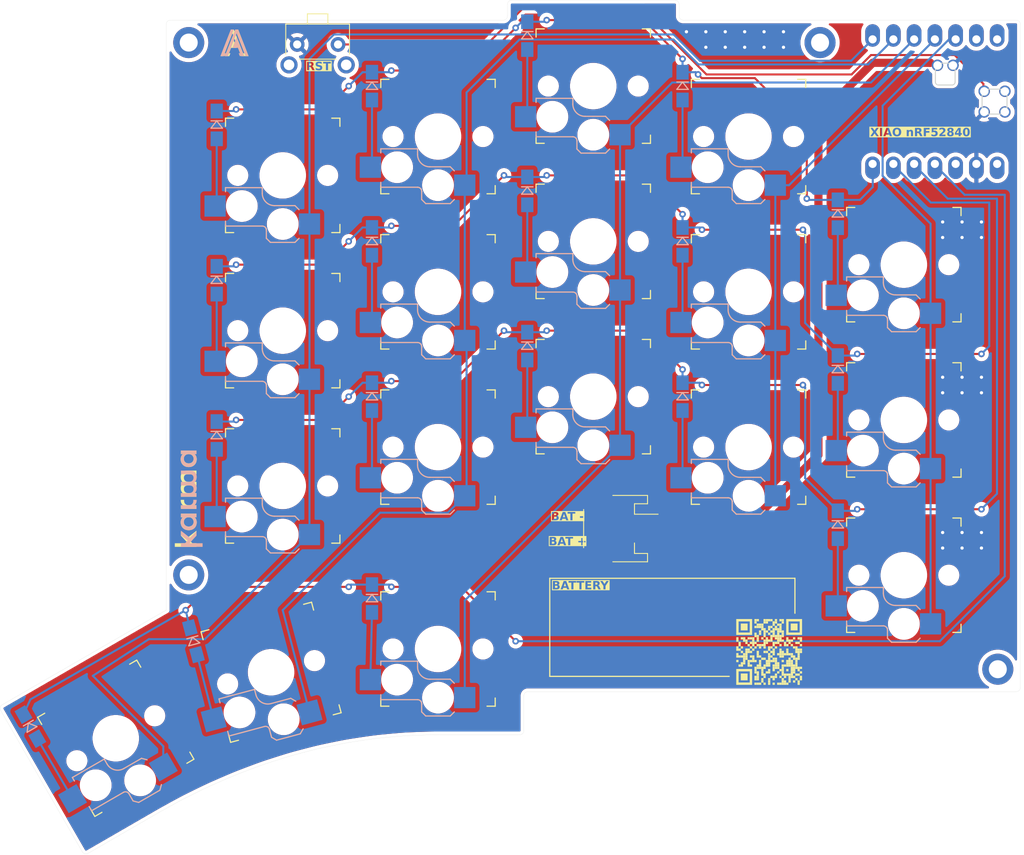
<source format=kicad_pcb>
(kicad_pcb (version 20240108) (generator "pcbnew") (generator_version "8.0")
  (title_block (title "Karma Wireless Split Ergonomic Keyboard") (date "2024-03-06") (rev "0.32"))
  (layers (0 "F.Cu" signal) (31 "B.Cu" signal) (34 "B.Paste" user) (35 "F.Paste" user) (36 "B.SilkS" user "B.Silkscreen") (37 "F.SilkS" user "F.Silkscreen") (38 "B.Mask" user) (39 "F.Mask" user) (44 "Edge.Cuts" user))
  (net 0 "")
  (net 1 "ROW0_R")
  (net 2 "Net-(DR1-A)")
  (net 3 "Net-(DR2-A)")
  (net 4 "Net-(DR3-A)")
  (net 5 "Net-(DR4-A)")
  (net 6 "Net-(DR5-A)")
  (net 7 "ROW1_R")
  (net 8 "Net-(DR6-A)")
  (net 9 "Net-(DR7-A)")
  (net 10 "Net-(DR8-A)")
  (net 11 "Net-(DR9-A)")
  (net 12 "Net-(DR10-A)")
  (net 13 "ROW2_R")
  (net 14 "Net-(DR11-A)")
  (net 15 "Net-(DR12-A)")
  (net 16 "Net-(DR13-A)")
  (net 17 "Net-(DR14-A)")
  (net 18 "Net-(DR15-A)")
  (net 19 "ROW3_R")
  (net 20 "Net-(DR16-A)")
  (net 21 "Net-(DR17-A)")
  (net 22 "Net-(DR18-A)")
  (net 23 "VBAT_R")
  (net 24 "GND_R")
  (net 25 "RESET_R")
  (net 26 "COL4_R")
  (net 27 "COL3_R")
  (net 28 "COL2_R")
  (net 29 "COL1_R")
  (net 30 "COL0_R")
  (footprint "karmalib:Kailh_Socket_PG1350_Optional" (layer "F.Cu") (at 90.445625 47.365)
    (property "Reference" "SWR2" (hide yes))
    (property "Value" "SW_Push_45deg")
  )
  (footprint "karmalib:Kailh_Socket_PG1350_Optional" (layer "F.Cu") (at 147.445625 82.04)
    (property "Reference" "SWR10" (hide yes))
    (property "Value" "SW_Push_45deg")
  )
  (footprint "karmalib:Kailh_Socket_PG1350_Optional" (layer "F.Cu") (at 90.445625 66.365)
    (property "Reference" "SWR7" (hide yes))
    (property "Value" "SW_Push_45deg")
  )
  (footprint "MountingHole:MountingHole_2.2mm_M2_DIN965_Pad" (layer "F.Cu") (at 59.945625 101.001)
    (property "Reference" "REF**" (hide yes))
    (property "Value" "MountingHole_2.2mm_M2_DIN965_Pad" (hide yes))
  )
  (footprint "MountingHole:MountingHole_2.2mm_M2_DIN965_Pad" (layer "F.Cu") (at 137.195625 35.865)
    (property "Reference" "REF**" (hide yes))
    (property "Value" "MountingHole_2.2mm_M2_DIN965_Pad" (hide yes))
  )
  (footprint "karmalib:Kailh_Socket_PG1350_Optional" (layer "F.Cu") (at 90.445625 110.065)
    (property "Reference" "SWR18" (hide yes))
    (property "Value" "SW_Push_45deg")
  )
  (footprint "karmalib:Kailh_Socket_PG1350_Optional" (layer "F.Cu") (at 128.445625 47.365)
    (property "Reference" "SWR4" (hide yes))
    (property "Value" "SW_Push_45deg")
  )
  (footprint "karmalib:Kailh_Socket_PG1350_Optional" (layer "F.Cu") (at 71.445625 71.115)
    (property "Reference" "SWR6" (hide yes))
    (property "Value" "SW_Push_45deg")
  )
  (footprint "karmalib:Kailh_Socket_PG1350_Optional" (layer "F.Cu") (at 109.445625 79.19)
    (property "Reference" "SWR13" (hide yes))
    (property "Value" "SW_Push_45deg")
  )
  (footprint "karmalib:Kailh_Socket_PG1350_Optional" (layer "F.Cu") (at 128.445625 66.365)
    (property "Reference" "SWR9" (hide yes))
    (property "Value" "SW_Push_45deg")
  )
  (footprint "karmalib:Kailh_Socket_PG1350_Optional" (layer "F.Cu") (at 70.020625 112.915 15)
    (property "Reference" "SWR17" (hide yes))
    (property "Value" "SW_Push_45deg")
  )
  (footprint "karmalib:Kailh_Socket_PG1350_Optional" (layer "F.Cu") (at 90.445625 85.365)
    (property "Reference" "SWR12" (hide yes))
    (property "Value" "SW_Push_45deg")
  )
  (footprint "karmalib:SKHLLCA010" (layer "F.Cu") (at 75.717625 37.34525)
    (property "Reference" "RSW2" (hide yes))
    (property "Value" "SW_Push")
  )
  (footprint "karmalib:Kailh_Socket_PG1350_Optional" (layer "F.Cu") (at 109.445625 60.19)
    (property "Reference" "SWR8" (hide yes))
    (property "Value" "SW_Push_45deg")
  )
  (footprint "karmalib:Kailh_Socket_PG1350_Optional" (layer "F.Cu") (at 147.445625 63.04)
    (property "Reference" "SWR5" (hide yes))
    (property "Value" "SW_Push_45deg")
  )
  (footprint "Connector_JST:JST_PH_S2B-PH-SM4-TB_1x02-1MP_P2.00mm_Horizontal" (layer "F.Cu") (at 112.777625 95.336 -90)
    (property "Reference" "J2" (hide yes))
    (property "Value" "BAT")
  )
  (footprint "MountingHole:MountingHole_2.2mm_M2_DIN965_Pad" (layer "F.Cu") (at 158.945625 112.54)
    (property "Reference" "REF**" (hide yes))
    (property "Value" "MountingHole_2.2mm_M2_DIN965_Pad" (hide yes))
  )
  (footprint "karmalib:XIAO_nRF52840_SMD_Cutout" (layer "F.Cu") (at 151.245625 43.09 -90)
    (property "Reference" "U2" (hide yes))
    (property "Value" "xiao-ble" (hide yes))
    (fp_line (start -2.413 -0.063) (end -4.0132 -0.063) (stroke (width 0.12)) (layer "Edge.Cuts"))
    (fp_line (start -4.699 -0.7488) (end -4.699 -1.7902) (stroke (width 0.12)) (layer "Edge.Cuts"))
    (fp_line (start -2.032 -2.095) (end -2.032 -0.444) (stroke (width 0.12)) (layer "Edge.Cuts"))
    (fp_line (start -4.0132 -2.476) (end -2.413 -2.476) (stroke (width 0.12)) (layer "Edge.Cuts"))
    (fp_line (start -0.8382 -5.778) (end 0.8382 -5.778) (stroke (width 0.12)) (layer "Edge.Cuts"))
    (fp_line (start -1.524 -6.4638) (end -1.524 -8.1402) (stroke (width 0.12)) (layer "Edge.Cuts"))
    (fp_line (start 1.524 -6.4638) (end 1.524 -8.1402) (stroke (width 0.12)) (layer "Edge.Cuts"))
    (fp_line (start -0.8382 -8.826) (end 0.8382 -8.826) (stroke (width 0.12)) (layer "Edge.Cuts"))
    (fp_arc (start -2.032 -0.444) (mid -2.143592 -0.174592) (end -2.413 -0.063) (stroke (width 0.12)) (layer "Edge.Cuts"))
    (fp_arc (start -4.699 -0.7488) (mid -4.095391 -0.666609) (end -4.0132 -0.063) (stroke (width 0.12)) (layer "Edge.Cuts"))
    (fp_arc (start -4.0132 -2.476) (mid -4.095391 -1.872391) (end -4.699 -1.7902) (stroke (width 0.12)) (layer "Edge.Cuts"))
    (fp_arc (start -2.413 -2.476) (mid -2.143592 -2.364408) (end -2.032 -2.095) (stroke (width 0.12)) (layer "Edge.Cuts"))
    (fp_arc (start 0.8382 -5.778) (mid 0.920391 -6.381609) (end 1.524 -6.4638) (stroke (width 0.12)) (layer "Edge.Cuts"))
    (fp_arc (start -1.524 -6.4638) (mid -0.920391 -6.381609) (end -0.8382 -5.778) (stroke (width 0.12)) (layer "Edge.Cuts"))
    (fp_arc (start 1.524 -8.1402) (mid 0.920393 -8.222393) (end 0.8382 -8.826) (stroke (width 0.12)) (layer "Edge.Cuts"))
    (fp_arc (start -0.8382 -8.826) (mid -0.920391 -8.222391) (end -1.524 -8.1402) (stroke (width 0.12)) (layer "Edge.Cuts"))
  )
  (footprint "karmalib:Kailh_Socket_PG1350_Optional" (layer "F.Cu") (at 71.445625 90.115)
    (property "Reference" "SWR11" (hide yes))
    (property "Value" "SW_Push_45deg")
  )
  (footprint "MountingHole:MountingHole_2.2mm_M2_DIN965_Pad" (layer "F.Cu") (at 59.945625 35.865)
    (property "Reference" "REF**" (hide yes))
    (property "Value" "MountingHole_2.2mm_M2_DIN965_Pad" (hide yes))
  )
  (footprint "karmalib:Kailh_Socket_PG1350_Optional" (layer "F.Cu") (at 128.445625 85.365)
    (property "Reference" "SWR14" (hide yes))
    (property "Value" "SW_Push_45deg")
  )
  (footprint "karmalib:Kailh_Socket_PG1350_Optional" (layer "F.Cu") (at 147.445625 101.04)
    (property "Reference" "SWR15" (hide yes))
    (property "Value" "SW_Push_45deg")
  )
  (footprint "karmalib:Kailh_Socket_PG1350_Optional" (layer "F.Cu") (at 51.020625 120.99 30)
    (property "Reference" "SWR16" (hide yes))
    (property "Value" "SW_Push_45deg")
  )
  (footprint "karmalib:Kailh_Socket_PG1350_Optional" (layer "F.Cu") (at 109.445625 41.19)
    (property "Reference" "SWR3" (hide yes))
    (property "Value" "SW_Push_45deg")
  )
  (footprint "karmalib:Kailh_Socket_PG1350_Optional" (layer "F.Cu") (at 71.445625 52.115)
    (property "Reference" "SWR1" (hide yes))
    (property "Value" "SW_Push_45deg")
  )
  (footprint "karmalib:Diode_SOD123" (layer "B.Cu") (at 139.370625 75.865 -90)
    (property "Reference" "DR10" (hide yes))
    (property "Value" "D_Small" (hide yes))
  )
  (footprint "karmalib:Diode_SOD123" (layer "B.Cu") (at 101.370625 54.015 -90)
    (property "Reference" "DR8" (hide yes))
    (property "Value" "D_Small" (hide yes))
  )
  (footprint "karmalib:Diode_SOD123" (layer "B.Cu") (at 101.370625 35.015 -90)
    (property "Reference" "DR3" (hide yes))
    (property "Value" "D_Small" (hide yes))
  )
  (footprint "karmalib:Diode_SOD123" (layer "B.Cu") (at 120.370625 60.19 -90)
    (property "Reference" "DR9" (hide yes))
    (property "Value" "D_Small" (hide yes))
  )
  (footprint "karmalib:Diode_SOD123" (layer "B.Cu") (at 120.370625 41.19 -90)
    (property "Reference" "DR4" (hide yes))
    (property "Value" "D_Small" (hide yes))
  )
  (footprint "karmalib:Diode_SOD123" (layer "B.Cu") (at 139.370625 94.865 -90)
    (property "Reference" "DR15" (hide yes))
    (property "Value" "D_Small" (hide yes))
  )
  (footprint "karmalib:Diode_SOD123" (layer "B.Cu") (at 63.370625 64.94 -90)
    (property "Reference" "DR6" (hide yes))
    (property "Value" "D_Small" (hide yes))
  )
  (footprint "karmalib:Diode_SOD123" (layer "B.Cu") (at 63.370625 83.94 -90)
    (property "Reference" "DR11" (hide yes))
    (property "Value" "D_Small" (hide yes))
  )
  (footprint "karmalib:Diode_SOD123" (layer "B.Cu") (at 139.370625 56.8125 -90)
    (property "Reference" "DR5" (hide yes))
    (property "Value" "D_Small" (hide yes))
  )
  (footprint "karmalib:Diode_SOD123" (layer "B.Cu") (at 40.570625 119.565 -60)
    (property "Reference" "DR16" (hide yes))
    (property "Value" "D_Small" (hide yes))
  )
  (footprint "karmalib:Diode_SOD123" (layer "B.Cu") (at 82.370625 103.89 -90)
    (property "Reference" "DR18" (hide yes))
    (property "Value" "D_Small" (hide yes))
  )
  (footprint "karmalib:Diode_SOD123" (layer "B.Cu") (at 101.370625 73 -90)
    (property "Reference" "DR13" (hide yes))
    (property "Value" "D_Small" (hide yes))
  )
  (footprint "karmalib:Diode_SOD123" (layer "B.Cu") (at 82.370625 79.19 -90)
    (property "Reference" "DR12" (hide yes))
    (property "Value" "D_Small" (hide yes))
  )
  (footprint "karmalib:Diode_SOD123" (layer "B.Cu") (at 82.370625 41.19 -90)
    (property "Reference" "DR2" (hide yes))
    (property "Value" "D_Small" (hide yes))
  )
  (footprint "karmalib:Diode_SOD123" (layer "B.Cu") (at 60.520625 109.115 -75)
    (property "Reference" "DR17" (hide yes))
    (property "Value" "D_Small" (hide yes))
  )
  (footprint "karmalib:Diode_SOD123" (layer "B.Cu") (at 120.370625 79.19 -90)
    (property "Reference" "DR14" (hide yes))
    (property "Value" "D_Small" (hide yes))
  )
  (footprint "karmalib:Diode_SOD123" (layer "B.Cu") (at 63.370625 45.94 -90)
    (property "Reference" "DR1" (hide yes))
    (property "Value" "D_Small" (hide yes))
  )
  (footprint "karmalib:Diode_SOD123" (layer "B.Cu") (at 82.370625 60.19 -90)
    (property "Reference" "DR7" (hide yes))
    (property "Value" "D_Small" (hide yes))
  )
  (gr_poly (pts (xy 63.829779 37.521201) (xy 64.187616 37.521201) (xy 65.45538 34.269996) (xy 65.097543 34.269996)) (fill solid) (layer "B.SilkS"))
  (gr_poly (pts (xy 60.92159 86.817671) (xy 60.920835 86.79477) (xy 60.919577 86.772106) (xy 60.917816 86.74968) (xy 60.915551 86.727492) (xy 60.912784 86.705541) (xy 60.909513 86.683828) (xy 60.905739 86.662352) (xy 60.901462 86.641115) (xy 60.896682 86.620114) (xy 60.8914 86.599352) (xy 60.885614 86.578826) (xy 60.879324 86.558538) (xy 60.872532 86.538488) (xy 60.865237 86.518675) (xy 60.85744 86.4991) (xy 60.84915 86.479805) (xy 60.840386 86.460831) (xy 60.831146 86.442179) (xy 60.821432 86.423849) (xy 60.811242 86.405839) (xy 60.800577 86.388152) (xy 60.789437 86.370785) (xy 60.777822 86.35374) (xy 60.765732 86.337016) (xy 60.753167 86.320614) (xy 60.740127 86.304533) (xy 60.726612 86.288773) (xy 60.712621 86.273335) (xy 60.698156 86.258218) (xy 60.683216 86.243422) (xy 60.6678 86.228948) (xy 60.90037 86.228948) (xy 60.90037 85.781683) (xy 58.98966 85.781683) (xy 58.98966 86.207483) (xy 59.236544 86.207483) (xy 59.219814 86.221551) (xy 59.203615 86.236024) (xy 59.187947 86.250903) (xy 59.17281 86.266187) (xy 59.158204 86.281877) (xy 59.144129 86.297971) (xy 59.130585 86.314471) (xy 59.117572 86.331376) (xy 59.10509 86.348687) (xy 59.093139 86.366403) (xy 59.081719 86.384524) (xy 59.070831 86.403051) (xy 59.060474 86.421983) (xy 59.050648 86.44132) (xy 59.041353 86.461062) (xy 59.03259 86.48121) (xy 59.024358 86.501694) (xy 59.016657 86.522443) (xy 59.009487 86.543457) (xy 59.002848 86.564738) (xy 58.996741 86.586283) (xy 58.991164 86.608095) (xy 58.986119 86.630172) (xy 58.981605 86.652514) (xy 58.977621 86.675122) (xy 58.974169 86.697995) (xy 58.971248 86.721134) (xy 58.968858 86.744539) (xy 58.966999 86.768208) (xy 58.965672 86.792144) (xy 58.964875 86.816344) (xy 58.964609 86.84081) (xy 58.965085 86.875467) (xy 58.96651 86.909662) (xy 58.968886 86.943396) (xy 58.972213 86.976669) (xy 58.97649 87.00948) (xy 58.981717 87.04183) (xy 58.987895 87.073719) (xy 58.995023 87.105147) (xy 59.003101 87.136113) (xy 59.012129 87.166618) (xy 59.022108 87.196662) (xy 59.033037 87.226245) (xy 59.044917 87.255366) (xy 59.057746 87.284026) (xy 59.071526 87.312225) (xy 59.086256 87.339963) (xy 59.101857 87.367092) (xy 59.11824 87.393466) (xy 59.135405 87.419085) (xy 59.153353 87.44395) (xy 59.172083 87.46806) (xy 59.191595 87.491416) (xy 59.211891 87.514017) (xy 59.232968 87.535863) (xy 59.254829 87.556955) (xy 59.277472 87.577291) (xy 59.300898 87.596873) (xy 59.325107 87.615701) (xy 59.3501 87.633773) (xy 59.375875 87.651091) (xy 59.402433 87.667654) (xy 59.429775 87.683462) (xy 59.457783 87.698411) (xy 59.48635 87.712395) (xy 59.515477 87.725415) (xy 59.545163 87.73747) (xy 59.575408 87.748561) (xy 59.606212 87.758687) (xy 59.637576 87.767849) (xy 59.669499 87.776047) (xy 59.701981 87.78328) (xy 59.735022 87.789548) (xy 59.768623 87.794853) (xy 59.802783 87.799192) (xy 59.837502 87.802568) (xy 59.87278 87.804979) (xy 59.908618 87.806425) (xy 59.945015 87.806908) (xy 59.945015 87.356066) (xy 59.911875 87.355444) (xy 59.879547 87.353578) (xy 59.848029 87.350468) (xy 59.817322 87.346114) (xy 59.787425 87.340516) (xy 59.758339 87.333674) (xy 59.730064 87.325588) (xy 59.702599 87.316258) (xy 59.675945 87.305684) (xy 59.650102 87.293866) (xy 59.625069 87.280804) (xy 59.600848 87.266498) (xy 59.577437 87.250949) (xy 59.554837 87.234155) (xy 59.533048 87.216117) (xy 59.51207 87.196835) (xy 59.492135 87.17659) (xy 59.473487 87.15566) (xy 59.456126 87.134045) (xy 59.440051 87.111745) (xy 59.425262 87.08876) (xy 59.411759 87.065089) (xy 59.399543 87.040734) (xy 59.388613 87.015694) (xy 59.378969 86.989969) (xy 59.370611 86.963559) (xy 59.363539 86.936464) (xy 59.357753 86.908685) (xy 59.353253 86.88022) (xy 59.350039 86.85107) (xy 59.34811 86.821236) (xy 59.347467 86.790717) (xy 59.34811 86.760191) (xy 59.350039 86.730336) (xy 59.353253 86.701152) (xy 59.357753 86.672639) (xy 59.363539 86.644797) (xy 59.370611 86.617626) (xy 59.378969 86.591126) (xy 59.388613 86.565296) (xy 59.399543 86.540138) (xy 59.411759 86.51565) (xy 59.425262 86.491833) (xy 59.440051 86.468687) (xy 59.456126 86.446212) (xy 59.473487 86.424408) (xy 59.492135 86.403274) (xy 59.51207 86.382812) (xy 59.533048 86.363314) (xy 59.554837 86.345073) (xy 59.577437 86.328091) (xy 59.600848 86.312367) (xy 59.625069 86.297901) (xy 59.650102 86.284693) (xy 59.675945 86.272743) (xy 59.702599 86.262051) (xy 59.730064 86.252616) (xy 59.758339 86.24444) (xy 59.787425 86.237521) (xy 59.817322 86.231861) (xy 59.848029 86.227458) (xy 59.879547 86.224314) (xy 59.911875 86.222427) (xy 59.945015 86.221798) (xy 59.978156 86.222427) (xy 60.010486 86.224314) (xy 60.042004 86.227458) (xy 60.072712 86.231861) (xy 60.102608 86.237521) (xy 60.131693 86.24444) (xy 60.159968 86.252616) (xy 60.187432 86.262051) (xy 60.214085 86.272743) (xy 60.239928 86.284693) (xy 60.264961 86.297901) (xy 60.289183 86.312367) (xy 60.312596 86.328091) (xy 60.335198 86.345073) (xy 60.35699 86.363314) (xy 60.377973 86.382812) (xy 60.397903 86.403274) (xy 60.416547 86.424408) (xy 60.433906 86.446212) (xy 60.449979 86.468687) (xy 60.464766 86.491833) (xy 60.478267 86.51565) (xy 60.490483 86.540138) (xy 60.501413 86.565296) (xy 60.511057 86.591126) (xy 60.519416 86.617626) (xy 60.526488 86.644797) (xy 60.532275 86.672639) (xy 60.536775 86.701152) (xy 60.53999 86.730336) (xy 60.541919 86.760191) (xy 60.542562 86.790717) (xy 60.541919 86.821236) (xy 60.53999 86.85107) (xy 60.536775 86.88022) (xy 60.532275 86.908685) (xy 60.526488 86.936464) (xy 60.519416 86.963559) (xy 60.511057 86.989969) (xy 60.501413 87.015694) (xy 60.490483 87.040734) (xy 60.478267 87.065089) (xy 60.464766 87.08876) (xy 60.449979 87.111745) (xy 60.433906 87.134045) (xy 60.416547 87.15566) (xy 60.397903 87.17659) (xy 60.377973 87.196835) (xy 60.35699 87.216117) (xy 60.335198 87.234155) (xy 60.312596 87.250949) (xy 60.289183 87.266498) (xy 60.264961 87.280804) (xy 60.239928 87.293866) (xy 60.214085 87.305684) (xy 60.187432 87.316258) (xy 60.159968 87.325588) (xy 60.131693 87.333674) (xy 60.102608 87.340516) (xy 60.072712 87.346114) (xy 60.042004 87.350468) (xy 60.010486 87.353578) (xy 59.978156 87.355444) (xy 59.945015 87.356066) (xy 59.945015 87.806908) (xy 59.981404 87.806425) (xy 60.017221 87.804979) (xy 60.052464 87.802568) (xy 60.087133 87.799192) (xy 60.12123 87.794853) (xy 60.154753 87.789548) (xy 60.187703 87.78328) (xy 60.22008 87.776047) (xy 60.251884 87.767849) (xy 60.283115 87.758687) (xy 60.313773 87.748561) (xy 60.343858 87.73747) (xy 60.373371 87.725415) (xy 60.40231 87.712395) (xy 60.430677 87.698411) (xy 60.458472 87.683462) (xy 60.485593 87.667654) (xy 60.511946 87.651091) (xy 60.53753 87.633773) (xy 60.562346 87.615701) (xy 60.586393 87.596873) (xy 60.609672 87.577291) (xy 60.632182 87.556955) (xy 60.653923 87.535863) (xy 60.674896 87.514017) (xy 60.6951 87.491416) (xy 60.714536 87.46806) (xy 60.733202 87.44395) (xy 60.7511 87.419085) (xy 60.76823 87.393466) (xy 60.78459 87.367092) (xy 60.800182 87.339963) (xy 60.814914 87.312225) (xy 60.828696 87.284026) (xy 60.841527 87.255366) (xy 60.853408 87.226245) (xy 60.864338 87.196662) (xy 60.874318 87.166618) (xy 60.883348 87.136113) (xy 60.891426 87.105147) (xy 60.898555 87.073719) (xy 60.904733 87.04183) (xy 60.909961 87.00948) (xy 60.914238 86.976669) (xy 60.917564 86.943396) (xy 60.91994 86.909662) (xy 60.921366 86.875467) (xy 60.921841 86.84081)) (fill solid) (layer "B.SilkS"))
  (gr_poly (pts (xy 60.496053 91.814415) (xy 60.498566 91.828558) (xy 60.500745 91.842367) (xy 60.50259 91.85584) (xy 60.5041 91.868979) (xy 60.505276 91.881782) (xy 60.506116 91.894249) (xy 60.506621 91.906381) (xy 60.506789 91.918178) (xy 60.506195 91.950381) (xy 60.504412 91.981689) (xy 60.501441 92.012103) (xy 60.497282 92.041623) (xy 60.491935 92.070248) (xy 60.4854 92.097978) (xy 60.477676 92.124815) (xy 60.468765 92.150756) (xy 60.458666 92.175804) (xy 60.447379 92.199956) (xy 60.434904 92.223214) (xy 60.421242 92.245578) (xy 60.406392 92.267047) (xy 60.390355 92.287621) (xy 60.37313 92.307301) (xy 60.354718 92.326086) (xy 60.335184 92.34385) (xy 60.314601 92.360469) (xy 60.292971 92.375941) (xy 60.270292 92.390267) (xy 60.246566 92.403447) (xy 60.221791 92.415481) (xy 60.195968 92.426369) (xy 60.169097 92.436111) (xy 60.141177 92.444706) (xy 60.112209 92.452156) (xy 60.082193 92.458459) (xy 60.051129 92.463617) (xy 60.019016 92.467628) (xy 59.985854 92.470493) (xy 59.951644 92.472212) (xy 59.916386 92.472785) (xy 58.98966 92.472785) (xy 58.98966 92.920055) (xy 60.90037 92.920055) (xy 60.90037 92.494257) (xy 60.621278 92.494257) (xy 60.63977 92.481894) (xy 60.657675 92.468958) (xy 60.674992 92.45545) (xy 60.691723 92.441368) (xy 60.707866 92.426713) (xy 60.723423 92.411485) (xy 60.738392 92.395683) (xy 60.752775 92.379309) (xy 60.76657 92.362362) (xy 60.779778 92.344842) (xy 60.7924 92.326749) (xy 60.804434 92.308082) (xy 60.815881 92.288843) (xy 60.826741 92.26903) (xy 60.837014 92.248645) (xy 60.846701 92.227686) (xy 60.8558 92.206155) (xy 60.864312 92.18405) (xy 60.872237 92.161372) (xy 60.879575 92.138122) (xy 60.886326 92.114298) (xy 60.892489 92.089901) (xy 60.903056 92.039388) (xy 60.911275 91.986583) (xy 60.917145 91.931486) (xy 60.920667 91.874096) (xy 60.921841 91.814415)) (fill solid) (layer "B.SilkS"))
  (gr_poly (pts (xy 64.185393 37.521213) (xy 64.363266 37.521213) (xy 64.502899 37.163113) (xy 64.325046 37.163072)) (fill solid) (layer "B.SilkS"))
  (gr_poly (pts (xy 65.292755 36.5052) (xy 65.971366 36.5052) (xy 66.369777 37.5212) (xy 66.725377 37.5212) (xy 65.814171 35.184401)) (fill solid) (layer "B.SilkS"))
  (gr_poly (pts (xy 64.363179 37.521201) (xy 64.721016 37.521201) (xy 65.98878 34.269996) (xy 65.630943 34.269996)) (fill solid) (layer "B.SilkS"))
  (gr_poly (pts (xy 66.90094 37.521201) (xy 67.258777 37.521201) (xy 65.991012 34.269996) (xy 65.633176 34.269996)) (fill solid) (layer "B.SilkS"))
  (gr_poly (pts (xy 60.041637 97.124358) (xy 60.90037 96.197622) (xy 60.90037 95.660901) (xy 60.098868 96.458827) (xy 58.98966 95.58576) (xy 58.98966 96.129639) (xy 59.809041 96.791591) (xy 59.494177 97.124358) (xy 58.98966 97.124358) (xy 58.98966 97.571624) (xy 61.644627 97.571624) (xy 61.644627 97.124358)) (fill solid) (layer "B.SilkS"))
  (gr_poly (pts (xy 60.92159 94.542855) (xy 60.920835 94.519953) (xy 60.919577 94.497289) (xy 60.917816 94.474863) (xy 60.915551 94.452674) (xy 60.912784 94.430723) (xy 60.909513 94.40901) (xy 60.905739 94.387534) (xy 60.901462 94.366296) (xy 60.896682 94.345295) (xy 60.8914 94.324533) (xy 60.885614 94.304007) (xy 60.879324 94.28372) (xy 60.872532 94.26367) (xy 60.865237 94.243858) (xy 60.85744 94.224284) (xy 60.84915 94.204988) (xy 60.840386 94.186014) (xy 60.831146 94.167361) (xy 60.821432 94.14903) (xy 60.811242 94.131021) (xy 60.800577 94.113332) (xy 60.789437 94.095965) (xy 60.777822 94.07892) (xy 60.765732 94.062196) (xy 60.753167 94.045794) (xy 60.740127 94.029713) (xy 60.726612 94.013954) (xy 60.712621 93.998516) (xy 60.698156 93.9834) (xy 60.683216 93.968605) (xy 60.6678 93.954132) (xy 60.90037 93.954132) (xy 60.90037 93.506866) (xy 58.98966 93.506866) (xy 58.98966 93.932667) (xy 59.236544 93.932667) (xy 59.219814 93.946735) (xy 59.203615 93.961208) (xy 59.187947 93.976087) (xy 59.17281 93.991371) (xy 59.158204 94.00706) (xy 59.144129 94.023155) (xy 59.130585 94.039655) (xy 59.117572 94.05656) (xy 59.10509 94.073871) (xy 59.093139 94.091586) (xy 59.081719 94.109708) (xy 59.070831 94.128234) (xy 59.060474 94.147166) (xy 59.050648 94.166503) (xy 59.041353 94.186246) (xy 59.03259 94.206394) (xy 59.024358 94.226877) (xy 59.016657 94.247626) (xy 59.009487 94.26864) (xy 59.002848 94.28992) (xy 58.996741 94.311466) (xy 58.991164 94.333277) (xy 58.986119 94.355353) (xy 58.981605 94.377695) (xy 58.977621 94.400303) (xy 58.974169 94.423176) (xy 58.971248 94.446315) (xy 58.968858 94.469719) (xy 58.966999 94.493389) (xy 58.965672 94.517325) (xy 58.964875 94.541527) (xy 58.964609 94.565994) (xy 58.965085 94.60065) (xy 58.96651 94.634845) (xy 58.968886 94.668579) (xy 58.972213 94.701852) (xy 58.97649 94.734663) (xy 58.981717 94.767013) (xy 58.987895 94.798902) (xy 58.995023 94.830329) (xy 59.003101 94.861295) (xy 59.012129 94.8918) (xy 59.022108 94.921844) (xy 59.033037 94.951426) (xy 59.044917 94.980547) (xy 59.057746 95.009207) (xy 59.071526 95.037406) (xy 59.086256 95.065143) (xy 59.101857 95.092272) (xy 59.11824 95.118647) (xy 59.135405 95.144267) (xy 59.153353 95.169132) (xy 59.172083 95.193243) (xy 59.191595 95.216599) (xy 59.211891 95.2392) (xy 59.232968 95.261046) (xy 59.254829 95.282138) (xy 59.277472 95.302475) (xy 59.300898 95.322057) (xy 59.325107 95.340884) (xy 59.3501 95.358957) (xy 59.375875 95.376275) (xy 59.402433 95.392838) (xy 59.429775 95.408646) (xy 59.457783 95.423594) (xy 59.48635 95.437578) (xy 59.515477 95.450597) (xy 59.545163 95.462652) (xy 59.575408 95.473743) (xy 59.606212 95.483869) (xy 59.637576 95.493032) (xy 59.669499 95.501229) (xy 59.701981 95.508462) (xy 59.735022 95.514731) (xy 59.768623 95.520036) (xy 59.802783 95.524376) (xy 59.837502 95.527751) (xy 59.87278 95.530162) (xy 59.908618 95.531609) (xy 59.945015 95.532091) (xy 59.945015 95.081243) (xy 59.911875 95.080622) (xy 59.879547 95.078756) (xy 59.848029 95.075646) (xy 59.817322 95.071292) (xy 59.787425 95.065694) (xy 59.758339 95.058852) (xy 59.730064 95.050767) (xy 59.702599 95.041437) (xy 59.675945 95.030864) (xy 59.650102 95.019046) (xy 59.625069 95.005985) (xy 59.600848 94.99168) (xy 59.577437 94.97613) (xy 59.554837 94.959337) (xy 59.533048 94.9413) (xy 59.51207 94.922019) (xy 59.492135 94.901773) (xy 59.473487 94.880842) (xy 59.456126 94.859226) (xy 59.440051 94.836926) (xy 59.425262 94.81394) (xy 59.411759 94.79027) (xy 59.399543 94.765915) (xy 59.388613 94.740875) (xy 59.378969 94.715151) (xy 59.370611 94.688741) (xy 59.363539 94.661647) (xy 59.357753 94.633867) (xy 59.353253 94.605403) (xy 59.350039 94.576254) (xy 59.34811 94.546419) (xy 59.347467 94.5159) (xy 59.34811 94.485374) (xy 59.350039 94.455519) (xy 59.353253 94.426335) (xy 59.357753 94.397821) (xy 59.363539 94.369979) (xy 59.370611 94.342808) (xy 59.378969 94.316308) (xy 59.388613 94.290479) (xy 59.399543 94.26532) (xy 59.411759 94.240833) (xy 59.425262 94.217016) (xy 59.440051 94.19387) (xy 59.456126 94.171396) (xy 59.473487 94.149591) (xy 59.492135 94.128458) (xy 59.51207 94.107996) (xy 59.533048 94.088497) (xy 59.554837 94.070257) (xy 59.577437 94.053274) (xy 59.600848 94.03755) (xy 59.625069 94.023083) (xy 59.650102 94.009874) (xy 59.675945 93.997924) (xy 59.702599 93.987231) (xy 59.730064 93.977796) (xy 59.758339 93.969619) (xy 59.787425 93.9627) (xy 59.817322 93.957039) (xy 59.848029 93.952636) (xy 59.879547 93.949491) (xy 59.911875 93.947604) (xy 59.945015 93.946975) (xy 59.978156 93.947604) (xy 60.010486 93.949491) (xy 60.042004 93.952636) (xy 60.072712 93.957039) (xy 60.102608 93.9627) (xy 60.131693 93.969619) (xy 60.159968 93.977796) (xy 60.187432 93.987231) (xy 60.214085 93.997924) (xy 60.239928 94.009874) (xy 60.264961 94.023083) (xy 60.289183 94.03755) (xy 60.312596 94.053274) (xy 60.335198 94.070257) (xy 60.35699 94.088497) (xy 60.377973 94.107996) (xy 60.397903 94.128458) (xy 60.416547 94.149591) (xy 60.433906 94.171396) (xy 60.449979 94.19387) (xy 60.464766 94.217016) (xy 60.478267 94.240833) (xy 60.490483 94.26532) (xy 60.501413 94.290479) (xy 60.511057 94.316308) (xy 60.519416 94.342808) (xy 60.526488 94.369979) (xy 60.532275 94.397821) (xy 60.536775 94.426335) (xy 60.53999 94.455519) (xy 60.541919 94.485374) (xy 60.542562 94.5159) (xy 60.541919 94.546419) (xy 60.53999 94.576254) (xy 60.536775 94.605403) (xy 60.532275 94.633867) (xy 60.526488 94.661647) (xy 60.519416 94.688741) (xy 60.511057 94.715151) (xy 60.501413 94.740875) (xy 60.490483 94.765915) (xy 60.478267 94.79027) (xy 60.464766 94.81394) (xy 60.449979 94.836926) (xy 60.433906 94.859226) (xy 60.416547 94.880842) (xy 60.397903 94.901773) (xy 60.377973 94.922019) (xy 60.35699 94.9413) (xy 60.335198 94.959337) (xy 60.312596 94.97613) (xy 60.289183 94.99168) (xy 60.264961 95.005985) (xy 60.239928 95.019046) (xy 60.214085 95.030864) (xy 60.187432 95.041437) (xy 60.159968 95.050767) (xy 60.131693 95.058852) (xy 60.102608 95.065694) (xy 60.072712 95.071292) (xy 60.042004 95.075646) (xy 60.010486 95.078756) (xy 59.978156 95.080622) (xy 59.945015 95.081243) (xy 59.945015 95.532091) (xy 59.981404 95.531609) (xy 60.017221 95.530162) (xy 60.052464 95.527751) (xy 60.087133 95.524376) (xy 60.12123 95.520036) (xy 60.154753 95.514731) (xy 60.187703 95.508462) (xy 60.22008 95.501229) (xy 60.251884 95.493032) (xy 60.283115 95.483869) (xy 60.313773 95.473743) (xy 60.343858 95.462652) (xy 60.373371 95.450597) (xy 60.40231 95.437578) (xy 60.430677 95.423594) (xy 60.458472 95.408646) (xy 60.485593 95.392838) (xy 60.511946 95.376275) (xy 60.53753 95.358957) (xy 60.562346 95.340884) (xy 60.586393 95.322057) (xy 60.609672 95.302475) (xy 60.632182 95.282138) (xy 60.653923 95.261046) (xy 60.674896 95.2392) (xy 60.6951 95.216599) (xy 60.714536 95.193243) (xy 60.733202 95.169132) (xy 60.7511 95.144267) (xy 60.76823 95.118647) (xy 60.78459 95.092272) (xy 60.800182 95.065143) (xy 60.814914 95.037406) (xy 60.828696 95.009207) (xy 60.841527 94.980547) (xy 60.853408 94.951426) (xy 60.864338 94.921844) (xy 60.874318 94.8918) (xy 60.883348 94.861295) (xy 60.891426 94.830329) (xy 60.898555 94.798902) (xy 60.904733 94.767013) (xy 60.909961 94.734663) (xy 60.914238 94.701852) (xy 60.917564 94.668579) (xy 60.91994 94.634845) (xy 60.921366 94.60065) (xy 60.921841 94.565994)) (fill solid) (layer "B.SilkS"))
  (gr_poly (pts (xy 60.921024 88.978884) (xy 60.918571 88.935472) (xy 60.914482 88.893233) (xy 60.908758 88.852169) (xy 60.901399 88.812278) (xy 60.892405 88.773562) (xy 60.881776 88.73602) (xy 60.869511 88.699651) (xy 60.855611 88.664457) (xy 60.840076 88.630437) (xy 60.822905 88.59759) (xy 60.8041 88.565918) (xy 60.783659 88.53542) (xy 60.761583 88.506096) (xy 60.737872 88.477946) (xy 60.712526 88.45097) (xy 60.685542 88.425407) (xy 60.656923 88.401492) (xy 60.626669 88.379227) (xy 60.594779 88.35861) (xy 60.561254 88.339643) (xy 60.526094 88.322326) (xy 60.489299 88.306657) (xy 60.450869 88.292638) (xy 60.410803 88.280268) (xy 60.369103 88.269547) (xy 60.325768 88.260476) (xy 60.280797 88.253054) (xy 60.234192 88.247281) (xy 60.185952 88.243158) (xy 60.136077 88.240684) (xy 60.084567 88.239859) (xy 58.98966 88.239859) (xy 58.98966 88.687125) (xy 60.027309 88.687125) (xy 60.058136 88.687559) (xy 60.087998 88.688859) (xy 60.116896 88.691025) (xy 60.144829 88.694059) (xy 60.171797 88.697958) (xy 60.197802 88.702725) (xy 60.222841 88.708358) (xy 60.246916 88.714858) (xy 60.270027 88.722224) (xy 60.292173 88.730457) (xy 60.313355 88.739556) (xy 60.333572 88.749522) (xy 60.352824 88.760355) (xy 60.371111 88.772054) (xy 60.388434 88.784619) (xy 60.404793 88.798051) (xy 60.420175 88.812294) (xy 60.434565 88.827291) (xy 60.447963 88.843043) (xy 60.460368 88.859549) (xy 60.471781 88.876811) (xy 60.482202 88.894827) (xy 60.49163 88.913598) (xy 60.500066 88.933123) (xy 60.50751 88.953404) (xy 60.513961 88.974439) (xy 60.51942 88.996229) (xy 60.523886 89.018774) (xy 60.52736 89.042074) (xy 60.529841 89.066128) (xy 60.53133 89.090938) (xy 60.531826 89.116502) (xy 60.531246 89.14433) (xy 60.529506 89.17146) (xy 60.526606 89.19789) (xy 60.522546 89.223622) (xy 60.517326 89.248656) (xy 60.510946 89.27299) (xy 60.503406 89.296625) (xy 60.494707 89.319562) (xy 60.484847 89.3418) (xy 60.473827 89.363339) (xy 60.461647 89.384178) (xy 60.448307 89.404319) (xy 60.433807 89.423761) (xy 60.418147 89.442505) (xy 60.401327 89.460549) (xy 60.383347 89.477894) (xy 60.364286 89.494359) (xy 60.344234 89.509762) (xy 60.323189 89.524102) (xy 60.301152 89.53738) (xy 60.278124 89.549596) (xy 60.254103 89.56075) (xy 60.22909 89.570841) (xy 60.203085 89.57987) (xy 60.176088 89.587837) (xy 60.148099 89.594741) (xy 60.119118 89.600583) (xy 60.089144 89.605363) (xy 60.058179 89.609081) (xy 60.026221 89.611737) (xy 59.993271 89.61333) (xy 59.959329 89.613861) (xy 58.98966 89.613861) (xy 58.98966 90.061127) (xy 60.027309 90.061127) (xy 60.058136 90.06156) (xy 60.087998 90.06286) (xy 60.116896 90.065027) (xy 60.144829 90.06806) (xy 60.171797 90.07196) (xy 60.197802 90.076726) (xy 60.222841 90.08236) (xy 60.246916 90.088859) (xy 60.270027 90.096226) (xy 60.292173 90.104459) (xy 60.313355 90.113558) (xy 60.333572 90.123524) (xy 60.352824 90.134357) (xy 60.371111 90.146056) (xy 60.388434 90.158621) (xy 60.404793 90.172054) (xy 60.420175 90.186295) (xy 60.434565 90.201292) (xy 60.447963 90.217043) (xy 60.460368 90.23355) (xy 60.471781 90.250811) (xy 60.482202 90.268827) (xy 60.49163 90.287598) (xy 60.500066 90.307124) (xy 60.50751 90.327405) (xy 60.513961 90.34844) (xy 60.51942 90.37023) (xy 60.523886 90.392775) (xy 60.52736 90.416075) (xy 60.529841 90.44013) (xy 60.53133 90.464939) (xy 60.531826 90.490503) (xy 60.531253 90.518757) (xy 60.529534 90.546271) (xy 60.526669 90.573044) (xy 60.522658 90.599076) (xy 60.517501 90.624368) (xy 60.511197 90.648919) (xy 60.503748 90.672729) (xy 60.495152 90.695798) (xy 60.485411 90.718127) (xy 60.474523 90.739714) (xy 60.462489 90.760561) (xy 60.44931 90.780668) (xy 60.434984 90.800033) (xy 60.419512 90.818658) (xy 60.402894 90.836542) (xy 60.38513 90.853685) (xy 60.366273 90.869934) (xy 60.346383 90.885134) (xy 60.325458 90.899286) (xy 60.303499 90.912389) (xy 60.280507 90.924444) (xy 60.25648 90.935451) (xy 60.231419 90.94541) (xy 60.205323 90.95432) (xy 60.178194 90.962182) (xy 60.15003 90.968995) (xy 60.120832 90.97476) (xy 60.0906 90.979477) (xy 60.059334 90.983146) (xy 60.027033 90.985767) (xy 59.993698 90.987339) (xy 59.959329 90.987863) (xy 58.98966 90.987863) (xy 58.98966 91.435129) (xy 60.90037 91.435129) (xy 60.90037 91.009335) (xy 60.657064 91.009335) (xy 60.672928 90.995706) (xy 60.688316 90.981659) (xy 60.703229 90.967193) (xy 60.717667 90.952307) (xy 60.731629 90.937002) (xy 60.745116 90.921277) (xy 60.758128 90.905134) (xy 60.770665 90.888571) (xy 60.782727 90.871588) (xy 60.794314 90.854187) (xy 60.805426 90.836366) (xy 60.816062 90.818126) (xy 60.826224 90.799467) (xy 60.835911 90.780388) (xy 60.845124 90.76089) (xy 60.853861 90.740972) (xy 60.862093 90.720705) (xy 60.869794 90.700159) (xy 60.876964 90.679333) (xy 60.883602 90.658228) (xy 60.88971 90.636843) (xy 60.895286 90.615179) (xy 60.900332 90.593235) (xy 60.904846 90.571011) (xy 60.908829 90.548509) (xy 60.912282 90.525726) (xy 60.915203 90.502664) (xy 60.917593 90.479323) (xy 60.919451 90.455702) (xy 60.920779 90.431802) (xy 60.921576 90.407621) (xy 60.921841 90.383162) (xy 60.921527 90.356515) (xy 60.920584 90.330245) (xy 60.919012 90.304352) (xy 60.916812 90.278837) (xy 60.913982 90.253699) (xy 60.910524 90.228938) (xy 60.906436 90.204555) (xy 60.90172 90.180549) (xy 60.896374 90.156921) (xy 60.890399 90.13367) (xy 60.883794 90.110796) (xy 60.876561 90.0883) (xy 60.868697 90.066181) (xy 60.860204 90.04444) (xy 60.851082 90.023076) (xy 60.841329 90.00209) (xy 60.830966 89.981565) (xy 60.820002 89.961585) (xy 60.808436 89.94215) (xy 60.79627 89.92326) (xy 60.783502 89.904915) (xy 60.770132 89.887115) (xy 60.756162 89.869861) (xy 60.741591 89.853151) (xy 60.726418 89.836986) (xy 60.710645 89.821367) (xy 60.69427 89.806292) (xy 60.677295 89.791763) (xy 60.659719 89.777779) (xy 60.641542 89.764339) (xy 60.622764 89.751445) (xy 60.603385 89.739096) (xy 60.621912 89.724071) (xy 60.639922 89.708515) (xy 60.657415 89.692428) (xy 60.674391 89.675809) (xy 60.69085 89.65866) (xy 60.706792 89.640979) (xy 60.722216 89.622767) (xy 60.737124 89.604024) (xy 60.751514 89.58475) (xy 60.765388 89.564944) (xy 60.778744 89.544608) (xy 60.791582 89.52374) (xy 60.803904 89.502341) (xy 60.815708 89.480411) (xy 60.826994 89.45795) (xy 60.837764 89.434957) (xy 60.847946 89.411546) (xy 60.857471 89.387827) (xy 60.866339 89.363801) (xy 60.874549 89.339467) (xy 60.882103 89.314825) (xy 60.889 89.289876) (xy 60.89524 89.264619) (xy 60.900824 89.239055) (xy 60.90575 89.213183) (xy 60.910019 89.187004) (xy 60.913631 89.160517) (xy 60.916587 89.133723) (xy 60.918886 89.106621) (xy 60.920528 89.079212) (xy 60.921513 89.051495) (xy 60.921841 89.023471)) (fill solid) (layer "B.SilkS"))
  (gr_poly (pts (xy 66.052272 37.163113) (xy 66.191904 37.521213) (xy 66.369778 37.521213) (xy 66.230125 37.163072)) (fill solid) (layer "B.SilkS"))
  (gr_poly (pts (xy 134.995625 109.73375) (xy 134.717813 109.73375) (xy 134.717813 109.455937) (xy 134.995625 109.455937)) (fill solid) (layer "F.SilkS"))
  (gr_poly (pts (xy 129.439375 108.6225) (xy 129.161563 108.6225) (xy 129.161563 108.344687) (xy 129.439375 108.344687)) (fill solid) (layer "F.SilkS"))
  (gr_poly (pts (xy 129.439375 110.011562) (xy 129.161563 110.011562) (xy 129.161563 109.73375) (xy 129.439375 109.73375)) (fill solid) (layer "F.SilkS"))
  (gr_poly (pts (xy 131.106251 112.789687) (xy 130.828438 112.789687) (xy 130.828438 112.511875) (xy 131.106251 112.511875)) (fill solid) (layer "F.SilkS"))
  (gr_poly (pts (xy 132.2175 108.900312) (xy 131.939688 108.900312) (xy 131.939688 108.6225) (xy 132.2175 108.6225)) (fill solid) (layer "F.SilkS"))
  (gr_poly (pts (xy 130.550625 110.567188) (xy 130.272813 110.567188) (xy 130.272813 110.289375) (xy 130.550625 110.289375)) (fill solid) (layer "F.SilkS"))
  (gr_poly (pts (xy 130.550625 113.345312) (xy 130.272813 113.345312) (xy 130.272813 113.0675) (xy 130.550625 113.0675)) (fill solid) (layer "F.SilkS"))
  (gr_line (start 104.122187 113.416874) (end 126.078437 113.416874) (stroke (width 0.15)) (layer "F.SilkS"))
  (gr_poly (pts (xy 133.884375 109.73375) (xy 133.606563 109.73375) (xy 133.606563 109.455937) (xy 133.884375 109.455937)) (fill solid) (layer "F.SilkS"))
  (gr_poly (pts (xy 129.717188 110.567188) (xy 129.439375 110.567188) (xy 129.439375 110.289375) (xy 129.717188 110.289375)) (fill solid) (layer "F.SilkS"))
  (gr_poly (pts (xy 130.550625 108.344687) (xy 130.272813 108.344687) (xy 130.272813 108.066875) (xy 130.550625 108.066875)) (fill solid) (layer "F.SilkS"))
  (gr_poly (pts (xy 131.384063 107.51125) (xy 131.106251 107.51125) (xy 131.106251 107.233437) (xy 131.384063 107.233437)) (fill solid) (layer "F.SilkS"))
  (gr_poly (pts (xy 131.384063 110.011562) (xy 131.106251 110.011562) (xy 131.106251 109.73375) (xy 131.384063 109.73375)) (fill solid) (layer "F.SilkS"))
  (gr_poly (pts (xy 130.272813 112.789687) (xy 129.995 112.789687) (xy 129.995 112.511875) (xy 130.272813 112.511875)) (fill solid) (layer "F.SilkS"))
  (gr_poly (pts (xy 134.995625 113.900937) (xy 134.717813 113.900937) (xy 134.717813 113.623125) (xy 134.995625 113.623125)) (fill solid) (layer "F.SilkS"))
  (gr_poly (pts (xy 129.717188 113.345312) (xy 129.439375 113.345312) (xy 129.439375 113.0675) (xy 129.717188 113.0675)) (fill solid) (layer "F.SilkS"))
  (gr_poly (pts (xy 67.270017 37.526801) (xy 66.91218 37.526801) (xy 65.644416 34.275595) (xy 66.002253 34.275595)) (fill solid) (layer "F.SilkS"))
  (gr_poly (pts (xy 129.717188 109.73375) (xy 129.439375 109.73375) (xy 129.439375 109.455937) (xy 129.717188 109.455937)) (fill solid) (layer "F.SilkS"))
  (gr_poly (pts (xy 130.550625 111.400625) (xy 130.272813 111.400625) (xy 130.272813 111.122812) (xy 130.550625 111.122812)) (fill solid) (layer "F.SilkS"))
  (gr_poly (pts (xy 133.32875 112.789687) (xy 133.050938 112.789687) (xy 133.050938 112.511875) (xy 133.32875 112.511875)) (fill solid) (layer "F.SilkS"))
  (gr_poly (pts (xy 128.88375 108.344687) (xy 126.939063 108.344687) (xy 126.939063 106.691703) (xy 127.230766 106.691703) (xy 127.230766 108.052984) (xy 128.592047 108.052984) (xy 128.592047 106.691703) (xy 127.230766 106.691703) (xy 126.939063 106.691703) (xy 126.939063 106.4) (xy 128.88375 106.4)) (fill solid) (layer "F.SilkS"))
  (gr_poly (pts (xy 131.661875 107.789062) (xy 131.384063 107.789062) (xy 131.384063 107.51125) (xy 131.661875 107.51125)) (fill solid) (layer "F.SilkS"))
  (gr_poly (pts (xy 131.661875 111.400625) (xy 131.384063 111.400625) (xy 131.384063 111.122812) (xy 131.661875 111.122812)) (fill solid) (layer "F.SilkS"))
  (gr_poly (pts (xy 131.106251 114.17875) (xy 130.828438 114.17875) (xy 130.828438 113.900937) (xy 131.106251 113.900937)) (fill solid) (layer "F.SilkS"))
  (gr_poly (pts (xy 131.939688 112.234062) (xy 131.661875 112.234062) (xy 131.661875 111.95625) (xy 131.939688 111.95625)) (fill solid) (layer "F.SilkS"))
  (gr_poly (pts (xy 130.272813 107.51125) (xy 129.995 107.51125) (xy 129.995 107.233437) (xy 130.272813 107.233437)) (fill solid) (layer "F.SilkS"))
  (gr_poly (pts (xy 129.161563 108.900312) (xy 128.88375 108.900312) (xy 128.88375 108.6225) (xy 129.161563 108.6225)) (fill solid) (layer "F.SilkS"))
  (gr_poly (pts (xy 132.495313 109.73375) (xy 132.2175 109.73375) (xy 132.2175 109.455937) (xy 132.495313 109.455937)) (fill solid) (layer "F.SilkS"))
  (gr_poly (pts (xy 130.272813 113.345312) (xy 129.995 113.345312) (xy 129.995 113.0675) (xy 130.272813 113.0675)) (fill solid) (layer "F.SilkS"))
  (gr_poly (pts (xy 128.605938 111.95625) (xy 128.328125 111.95625) (xy 128.328125 111.678437) (xy 128.605938 111.678437)) (fill solid) (layer "F.SilkS"))
  (gr_poly (pts (xy 133.606563 113.345312) (xy 133.32875 113.345312) (xy 133.32875 113.0675) (xy 133.606563 113.0675)) (fill solid) (layer "F.SilkS"))
  (gr_poly (pts (xy 134.44 109.455937) (xy 134.162188 109.455937) (xy 134.162188 109.178125) (xy 134.44 109.178125)) (fill solid) (layer "F.SilkS"))
  (gr_poly (pts (xy 131.661875 109.455937) (xy 131.384063 109.455937) (xy 131.384063 109.178125) (xy 131.661875 109.178125)) (fill solid) (layer "F.SilkS"))
  (gr_poly (pts (xy 131.939688 107.789062) (xy 131.661875 107.789062) (xy 131.661875 107.51125) (xy 131.939688 107.51125)) (fill solid) (layer "F.SilkS"))
  (gr_line (start 104.122187 113.416874) (end 104.122187 101.416874) (stroke (width 0.15)) (layer "F.SilkS"))
  (gr_poly (pts (xy 131.661875 114.456562) (xy 131.384063 114.456562) (xy 131.384063 114.17875) (xy 131.661875 114.17875)) (fill solid) (layer "F.SilkS"))
  (gr_poly (pts (xy 129.717188 108.6225) (xy 129.439375 108.6225) (xy 129.439375 108.344687) (xy 129.717188 108.344687)) (fill solid) (layer "F.SilkS"))
  (gr_poly (pts (xy 134.717813 108.900312) (xy 134.44 108.900312) (xy 134.44 108.6225) (xy 134.717813 108.6225)) (fill solid) (layer "F.SilkS"))
  (gr_poly (pts (xy 128.88375 108.900312) (xy 128.605938 108.900312) (xy 128.605938 108.6225) (xy 128.88375 108.6225)) (fill solid) (layer "F.SilkS"))
  (gr_poly (pts (xy 127.216875 110.845) (xy 126.939063 110.845) (xy 126.939063 110.567188) (xy 127.216875 110.567188)) (fill solid) (layer "F.SilkS"))
  (gr_poly (pts (xy 133.606563 111.95625) (xy 133.32875 111.95625) (xy 133.32875 111.678437) (xy 133.606563 111.678437)) (fill solid) (layer "F.SilkS"))
  (gr_poly (pts (xy 130.272813 112.511875) (xy 129.995 112.511875) (xy 129.995 112.234062) (xy 130.272813 112.234062)) (fill solid) (layer "F.SilkS"))
  (gr_poly (pts (xy 129.439375 108.344687) (xy 129.161563 108.344687) (xy 129.161563 108.066875) (xy 129.439375 108.066875)) (fill solid) (layer "F.SilkS"))
  (gr_poly (pts (xy 129.439375 113.900937) (xy 129.161563 113.900937) (xy 129.161563 113.623125) (xy 129.439375 113.623125)) (fill solid) (layer "F.SilkS"))
  (gr_poly (pts (xy 133.050938 113.623125) (xy 132.773125 113.623125) (xy 132.773125 113.345312) (xy 133.050938 113.345312)) (fill solid) (layer "F.SilkS"))
  (gr_poly (pts (xy 129.995 107.233437) (xy 129.717188 107.233437) (xy 129.717188 106.955625) (xy 129.995 106.955625)) (fill solid) (layer "F.SilkS"))
  (gr_poly (pts (xy 131.384063 108.6225) (xy 131.106251 108.6225) (xy 131.106251 108.344687) (xy 131.384063 108.344687)) (fill solid) (layer "F.SilkS"))
  (gr_poly (pts (xy 133.884375 111.95625) (xy 133.606563 111.95625) (xy 133.606563 111.678437) (xy 133.884375 111.678437)) (fill solid) (layer "F.SilkS"))
  (gr_poly (pts (xy 127.216875 109.178125) (xy 126.939063 109.178125) (xy 126.939063 108.900312) (xy 127.216875 108.900312)) (fill solid) (layer "F.SilkS"))
  (gr_poly (pts (xy 131.939688 107.51125) (xy 131.661875 107.51125) (xy 131.661875 107.233437) (xy 131.939688 107.233437)) (fill solid) (layer "F.SilkS"))
  (gr_poly (pts (xy 130.272813 107.233437) (xy 129.995 107.233437) (xy 129.995 106.955625) (xy 130.272813 106.955625)) (fill solid) (layer "F.SilkS"))
  (gr_poly (pts (xy 132.2175 112.511875) (xy 131.939688 112.511875) (xy 131.939688 112.234062) (xy 132.2175 112.234062)) (fill solid) (layer "F.SilkS"))
  (gr_poly (pts (xy 59.390398 91.814415) (xy 59.387885 91.828558) (xy 59.385706 91.842367) (xy 59.383861 91.85584) (xy 59.382351 91.868979) (xy 59.381175 91.881782) (xy 59.380335 91.894249) (xy 59.37983 91.906381) (xy 59.379662 91.918178) (xy 59.380256 91.950381) (xy 59.382039 91.981689) (xy 59.38501 92.012103) (xy 59.389169 92.041623) (xy 59.394516 92.070248) (xy 59.401051 92.097978) (xy 59.408775 92.124815) (xy 59.417686 92.150756) (xy 59.427785 92.175804) (xy 59.439072 92.199956) (xy 59.451547 92.223214) (xy 59.465209 92.245578) (xy 59.480059 92.267047) (xy 59.496096 92.287621) (xy 59.513321 92.307301) (xy 59.531733 92.326086) (xy 59.551267 92.34385) (xy 59.57185 92.360469) (xy 59.59348 92.375941) (xy 59.616159 92.390267) (xy 59.639885 92.403447) (xy 59.66466 92.415481) (xy 59.690483 92.426369) (xy 59.717354 92.436111) (xy 59.745274 92.444706) (xy 59.774242 92.452156) (xy 59.804258 92.458459) (xy 59.835322 92.463617) (xy 59.867435 92.467628) (xy 59.900597 92.470493) (xy 59.934807 92.472212) (xy 59.970065 92.472785) (xy 60.896791 92.472785) (xy 60.896791 92.920055) (xy 58.986081 92.920055) (xy 58.986081 92.494257) (xy 59.265173 92.494257) (xy 59.246681 92.481894) (xy 59.228776 92.468958) (xy 59.211459 92.45545) (xy 59.194728 92.441368) (xy 59.178585 92.426713) (xy 59.163028 92.411485) (xy 59.148059 92.395683) (xy 59.133676 92.379309) (xy 59.119881 92.362362) (xy 59.106673 92.344842) (xy 59.094051 92.326749) (xy 59.082017 92.308082) (xy 59.07057 92.288843) (xy 59.05971 92.26903) (xy 59.049437 92.248645) (xy 59.03975 92.227686) (xy 59.030651 92.206155) (xy 59.022139 92.18405) (xy 59.014214 92.161372) (xy 59.006876 92.138122) (xy 59.000125 92.114298) (xy 58.993962 92.089901) (xy 58.983395 92.039388) (xy 58.975176 91.986583) (xy 58.969306 91.931486) (xy 58.965784 91.874096) (xy 58.96461 91.814415)) (fill solid) (layer "F.SilkS"))
  (gr_poly (pts (xy 134.44 107.789062) (xy 133.606563 107.789062) (xy 133.606563 106.955625) (xy 134.44 106.955625)) (fill solid) (layer "F.SilkS"))
  (gr_poly (pts (xy 128.328125 111.400625) (xy 128.050313 111.400625) (xy 128.050313 111.122812) (xy 128.328125 111.122812)) (fill solid) (layer "F.SilkS"))
  (gr_poly (pts (xy 129.717188 108.900312) (xy 129.439375 108.900312) (xy 129.439375 108.6225) (xy 129.717188 108.6225)) (fill solid) (layer "F.SilkS"))
  (gr_poly (pts (xy 133.32875 111.678437) (xy 133.050938 111.678437) (xy 133.050938 111.400625) (xy 133.32875 111.400625)) (fill solid) (layer "F.SilkS"))
  (gr_poly (pts (xy 133.050938 109.73375) (xy 132.773125 109.73375) (xy 132.773125 109.455937) (xy 133.050938 109.455937)) (fill solid) (layer "F.SilkS"))
  (gr_poly (pts (xy 130.550625 108.6225) (xy 130.272813 108.6225) (xy 130.272813 108.344687) (xy 130.550625 108.344687)) (fill solid) (layer "F.SilkS"))
  (gr_poly (pts (xy 133.884375 112.789687) (xy 133.606563 112.789687) (xy 133.606563 112.511875) (xy 133.884375 112.511875)) (fill solid) (layer "F.SilkS"))
  (gr_poly (pts (xy 132.773125 112.511875) (xy 132.495313 112.511875) (xy 132.495313 112.234062) (xy 132.773125 112.234062)) (fill solid) (layer "F.SilkS"))
  (gr_poly (pts (xy 129.995 112.234062) (xy 129.717188 112.234062) (xy 129.717188 111.95625) (xy 129.995 111.95625)) (fill solid) (layer "F.SilkS"))
  (gr_poly (pts (xy 130.550625 106.955625) (xy 130.272813 106.955625) (xy 130.272813 106.677812) (xy 130.550625 106.677812)) (fill solid) (layer "F.SilkS"))
  (gr_poly (pts (xy 127.7725 111.122812) (xy 127.494688 111.122812) (xy 127.494688 110.845) (xy 127.7725 110.845)) (fill solid) (layer "F.SilkS"))
  (gr_poly (pts (xy 131.939688 113.623125) (xy 131.661875 113.623125) (xy 131.661875 113.345312) (xy 131.939688 113.345312)) (fill solid) (layer "F.SilkS"))
  (gr_poly (pts (xy 131.106251 111.678437) (xy 130.828438 111.678437) (xy 130.828438 111.400625) (xy 131.106251 111.400625)) (fill solid) (layer "F.SilkS"))
  (gr_poly (pts (xy 130.828438 106.677812) (xy 130.550625 106.677812) (xy 130.550625 106.4) (xy 130.828438 106.4)) (fill solid) (layer "F.SilkS"))
  (gr_poly (pts (xy 133.32875 108.900312) (xy 133.050938 108.900312) (xy 133.050938 108.6225) (xy 133.32875 108.6225)) (fill solid) (layer "F.SilkS"))
  (gr_poly (pts (xy 129.717188 113.0675) (xy 129.439375 113.0675) (xy 129.439375 112.789687) (xy 129.717188 112.789687)) (fill solid) (layer "F.SilkS"))
  (gr_poly (pts (xy 131.661875 113.623125) (xy 131.384063 113.623125) (xy 131.384063 113.345312) (xy 131.661875 113.345312)) (fill solid) (layer "F.SilkS"))
  (gr_poly (pts (xy 129.717188 112.511875) (xy 129.439375 112.511875) (xy 129.439375 112.234062) (xy 129.717188 112.234062)) (fill solid) (layer "F.SilkS"))
  (gr_poly (pts (xy 131.661875 108.344687) (xy 131.384063 108.344687) (xy 131.384063 108.066875) (xy 131.661875 108.066875)) (fill solid) (layer "F.SilkS"))
  (gr_poly (pts (xy 134.162188 113.623125) (xy 133.884375 113.623125) (xy 133.884375 113.345312) (xy 134.162188 113.345312)) (fill solid) (layer "F.SilkS"))
  (gr_poly (pts (xy 132.495313 108.066875) (xy 132.2175 108.066875) (xy 132.2175 107.789062) (xy 132.495313 107.789062)) (fill solid) (layer "F.SilkS"))
  (gr_poly (pts (xy 128.328125 111.122812) (xy 128.050313 111.122812) (xy 128.050313 110.845) (xy 128.328125 110.845)) (fill solid) (layer "F.SilkS"))
  (gr_poly (pts (xy 130.550625 114.456562) (xy 130.272813 114.456562) (xy 130.272813 114.17875) (xy 130.550625 114.17875)) (fill solid) (layer "F.SilkS"))
  (gr_poly (pts (xy 131.384063 113.623125) (xy 131.106251 113.623125) (xy 131.106251 113.345312) (xy 131.384063 113.345312)) (fill solid) (layer "F.SilkS"))
  (gr_poly (pts (xy 134.717813 109.455937) (xy 134.44 109.455937) (xy 134.44 109.178125) (xy 134.717813 109.178125)) (fill solid) (layer "F.SilkS"))
  (gr_poly (pts (xy 128.605938 110.567188) (xy 128.328125 110.567188) (xy 128.328125 110.289375) (xy 128.605938 110.289375)) (fill solid) (layer "F.SilkS"))
  (gr_poly (pts (xy 134.162188 111.400625) (xy 133.884375 111.400625) (xy 133.884375 111.122812) (xy 134.162188 111.122812)) (fill solid) (layer "F.SilkS"))
  (gr_poly (pts (xy 132.495313 111.122812) (xy 132.2175 111.122812) (xy 132.2175 110.845) (xy 132.495313 110.845)) (fill solid) (layer "F.SilkS"))
  (gr_poly (pts (xy 131.939688 106.955625) (xy 131.661875 106.955625) (xy 131.661875 106.677812) (xy 131.939688 106.677812)) (fill solid) (layer "F.SilkS"))
  (gr_line (start 104.122187 101.416874) (end 134.122187 101.416874) (stroke (width 0.15)) (layer "F.SilkS"))
  (gr_poly (pts (xy 133.32875 109.73375) (xy 133.050938 109.73375) (xy 133.050938 109.455937) (xy 133.32875 109.455937)) (fill solid) (layer "F.SilkS"))
  (gr_poly (pts (xy 132.2175 110.845) (xy 131.939688 110.845) (xy 131.939688 110.567188) (xy 132.2175 110.567188)) (fill solid) (layer "F.SilkS"))
  (gr_poly (pts (xy 129.161563 111.678437) (xy 128.88375 111.678437) (xy 128.88375 111.400625) (xy 129.161563 111.400625)) (fill solid) (layer "F.SilkS"))
  (gr_poly (pts (xy 128.88375 112.234062) (xy 128.605938 112.234062) (xy 128.605938 111.95625) (xy 128.88375 111.95625)) (fill solid) (layer "F.SilkS"))
  (gr_poly (pts (xy 131.939688 106.677812) (xy 131.661875 106.677812) (xy 131.661875 106.4) (xy 131.939688 106.4)) (fill solid) (layer "F.SilkS"))
  (gr_poly (pts (xy 134.44 110.289375) (xy 134.162188 110.289375) (xy 134.162188 110.011562) (xy 134.44 110.011562)) (fill solid) (layer "F.SilkS"))
  (gr_poly (pts (xy 131.106251 110.289375) (xy 130.828438 110.289375) (xy 130.828438 110.011562) (xy 131.106251 110.011562)) (fill solid) (layer "F.SilkS"))
  (gr_poly (pts (xy 131.939688 108.6225) (xy 131.661875 108.6225) (xy 131.661875 108.344687) (xy 131.939688 108.344687)) (fill solid) (layer "F.SilkS"))
  (gr_poly (pts (xy 127.216875 110.289375) (xy 126.939063 110.289375) (xy 126.939063 110.011562) (xy 127.216875 110.011562)) (fill solid) (layer "F.SilkS"))
  (gr_poly (pts (xy 133.050938 114.17875) (xy 132.773125 114.17875) (xy 132.773125 113.900937) (xy 133.050938 113.900937)) (fill solid) (layer "F.SilkS"))
  (gr_poly (pts (xy 134.717813 113.345312) (xy 134.44 113.345312) (xy 134.44 113.0675) (xy 134.717813 113.0675)) (fill solid) (layer "F.SilkS"))
  (gr_poly (pts (xy 127.216875 111.122812) (xy 126.939063 111.122812) (xy 126.939063 110.845) (xy 127.216875 110.845)) (fill solid) (layer "F.SilkS"))
  (gr_poly (pts (xy 131.939688 111.95625) (xy 131.661875 111.95625) (xy 131.661875 111.678437) (xy 131.939688 111.678437)) (fill solid) (layer "F.SilkS"))
  (gr_poly (pts (xy 130.550625 108.066875) (xy 130.272813 108.066875) (xy 130.272813 107.789062) (xy 130.550625 107.789062)) (fill solid) (layer "F.SilkS"))
  (gr_poly (pts (xy 130.828438 113.0675) (xy 130.550625 113.0675) (xy 130.550625 112.789687) (xy 130.828438 112.789687)) (fill solid) (layer "F.SilkS"))
  (gr_poly (pts (xy 132.495313 114.456562) (xy 132.2175 114.456562) (xy 132.2175 114.17875) (xy 132.495313 114.17875)) (fill solid) (layer "F.SilkS"))
  (gr_poly (pts (xy 128.88375 109.455937) (xy 128.605938 109.455937) (xy 128.605938 109.178125) (xy 128.88375 109.178125)) (fill solid) (layer "F.SilkS"))
  (gr_poly (pts (xy 127.216875 111.678437) (xy 126.939063 111.678437) (xy 126.939063 111.400625) (xy 127.216875 111.400625)) (fill solid) (layer "F.SilkS"))
  (gr_poly (pts (xy 132.495313 107.51125) (xy 132.2175 107.51125) (xy 132.2175 107.233437) (xy 132.495313 107.233437)) (fill solid) (layer "F.SilkS"))
  (gr_poly (pts (xy 128.050313 111.95625) (xy 127.7725 111.95625) (xy 127.7725 111.678437) (xy 128.050313 111.678437)) (fill solid) (layer "F.SilkS"))
  (gr_poly (pts (xy 134.162188 114.17875) (xy 133.884375 114.17875) (xy 133.884375 113.900937) (xy 134.162188 113.900937)) (fill solid) (layer "F.SilkS"))
  (gr_poly (pts (xy 127.7725 110.567188) (xy 127.494688 110.567188) (xy 127.494688 110.289375) (xy 127.7725 110.289375)) (fill solid) (layer "F.SilkS"))
  (gr_poly (pts (xy 133.050938 112.234062) (xy 132.773125 112.234062) (xy 132.773125 111.95625) (xy 133.050938 111.95625)) (fill solid) (layer "F.SilkS"))
  (gr_poly (pts (xy 134.162188 112.234062) (xy 133.884375 112.234062) (xy 133.884375 111.95625) (xy 134.162188 111.95625)) (fill solid) (layer "F.SilkS"))
  (gr_poly (pts (xy 131.384063 109.178125) (xy 131.106251 109.178125) (xy 131.106251 108.900312) (xy 131.384063 108.900312)) (fill solid) (layer "F.SilkS"))
  (gr_poly (pts (xy 128.050313 108.900312) (xy 127.7725 108.900312) (xy 127.7725 108.6225) (xy 128.050313 108.6225)) (fill solid) (layer "F.SilkS"))
  (gr_poly (pts (xy 132.495313 107.789062) (xy 132.2175 107.789062) (xy 132.2175 107.51125) (xy 132.495313 107.51125)) (fill solid) (layer "F.SilkS"))
  (gr_poly (pts (xy 129.717188 107.51125) (xy 129.439375 107.51125) (xy 129.439375 107.233437) (xy 129.717188 107.233437)) (fill solid) (layer "F.SilkS"))
  (gr_poly (pts (xy 128.328125 110.289375) (xy 128.050313 110.289375) (xy 128.050313 110.011562) (xy 128.328125 110.011562)) (fill solid) (layer "F.SilkS"))
  (gr_poly (pts (xy 131.939688 110.011562) (xy 131.661875 110.011562) (xy 131.661875 109.73375) (xy 131.939688 109.73375)) (fill solid) (layer "F.SilkS"))
  (gr_poly (pts (xy 132.773125 114.17875) (xy 132.495313 114.17875) (xy 132.495313 113.900937) (xy 132.773125 113.900937)) (fill solid) (layer "F.SilkS"))
  (gr_poly (pts (xy 129.439375 112.789687) (xy 129.161563 112.789687) (xy 129.161563 112.511875) (xy 129.439375 112.511875)) (fill solid) (layer "F.SilkS"))
  (gr_poly (pts (xy 131.106251 107.51125) (xy 130.828438 107.51125) (xy 130.828438 107.233437) (xy 131.106251 107.233437)) (fill solid) (layer "F.SilkS"))
  (gr_poly (pts (xy 134.162188 112.511875) (xy 133.884375 112.511875) (xy 133.884375 112.234062) (xy 134.162188 112.234062)) (fill solid) (layer "F.SilkS"))
  (gr_poly (pts (xy 128.328125 107.789062) (xy 127.494688 107.789062) (xy 127.494688 106.955625) (xy 128.328125 106.955625)) (fill solid) (layer "F.SilkS"))
  (gr_poly (pts (xy 129.995 112.511875) (xy 129.717188 112.511875) (xy 129.717188 112.234062) (xy 129.995 112.234062)) (fill solid) (layer "F.SilkS"))
  (gr_poly (pts (xy 131.939688 112.511875) (xy 131.661875 112.511875) (xy 131.661875 112.234062) (xy 131.939688 112.234062)) (fill solid) (layer "F.SilkS"))
  (gr_poly (pts (xy 133.884375 112.511875) (xy 133.606563 112.511875) (xy 133.606563 112.234062) (xy 133.884375 112.234062)) (fill solid) (layer "F.SilkS"))
  (gr_poly (pts (xy 59.844814 97.124358) (xy 58.986081 96.197622) (xy 58.986081 95.660901) (xy 59.787583 96.458827) (xy 60.896791 95.58576) (xy 60.896791 96.129639) (xy 60.07741 96.791591) (xy 60.392274 97.124358) (xy 60.896791 97.124358) (xy 60.896791 97.571624) (xy 58.241824 97.571624) (xy 58.241824 97.124358)) (fill solid) (layer "F.SilkS"))
  (gr_poly (pts (xy 129.439375 114.456562) (xy 129.161563 114.456562) (xy 129.161563 114.17875) (xy 129.439375 114.17875)) (fill solid) (layer "F.SilkS"))
  (gr_poly (pts (xy 133.050938 110.845) (xy 132.773125 110.845) (xy 132.773125 110.567188) (xy 133.050938 110.567188)) (fill solid) (layer "F.SilkS"))
  (gr_poly (pts (xy 127.216875 108.900312) (xy 126.939063 108.900312) (xy 126.939063 108.6225) (xy 127.216875 108.6225)) (fill solid) (layer "F.SilkS"))
  (gr_poly (pts (xy 58.964861 94.542855) (xy 58.965616 94.519953) (xy 58.966874 94.497289) (xy 58.968635 94.474863) (xy 58.9709 94.452674) (xy 58.973667 94.430723) (xy 58.976938 94.40901) (xy 58.980712 94.387534) (xy 58.984989 94.366296) (xy 58.989769 94.345295) (xy 58.995051 94.324533) (xy 59.000837 94.304007) (xy 59.007127 94.28372) (xy 59.013919 94.26367) (xy 59.021214 94.243858) (xy 59.029011 94.224284) (xy 59.037301 94.204988) (xy 59.046065 94.186014) (xy 59.055305 94.167361) (xy 59.065019 94.14903) (xy 59.075209 94.131021) (xy 59.085874 94.113332) (xy 59.097014 94.095965) (xy 59.108629 94.07892) (xy 59.120719 94.062196) (xy 59.133284 94.045794) (xy 59.146324 94.029713) (xy 59.159839 94.013954) (xy 59.17383 93.998516) (xy 59.188295 93.9834) (xy 59.203235 93.968605) (xy 59.218651 93.954132) (xy 58.986081 93.954132) (xy 58.986081 93.506866) (xy 60.896791 93.506866) (xy 60.896791 93.932667) (xy 60.649907 93.932667) (xy 60.666637 93.946735) (xy 60.682836 93.961208) (xy 60.698504 93.976087) (xy 60.713641 93.991371) (xy 60.728247 94.00706) (xy 60.742322 94.023155) (xy 60.755866 94.039655) (xy 60.768879 94.05656) (xy 60.781361 94.073871) (xy 60.793312 94.091586) (xy 60.804732 94.109708) (xy 60.81562 94.128234) (xy 60.825977 94.147166) (xy 60.835803 94.166503) (xy 60.845098 94.186246) (xy 60.853861 94.206394) (xy 60.862093 94.226877) (xy 60.869794 94.247626) (xy 60.876964 94.26864) (xy 60.883603 94.28992) (xy 60.88971 94.311466) (xy 60.895287 94.333277) (xy 60.900332 94.355353) (xy 60.904846 94.377695) (xy 60.90883 94.400303) (xy 60.912282 94.423176) (xy 60.915203 94.446315) (xy 60.917593 94.469719) (xy 60.919452 94.493389) (xy 60.920779 94.517325) (xy 60.921576 94.541527) (xy 60.921842 94.565994) (xy 60.921366 94.60065) (xy 60.919941 94.634845) (xy 60.917565 94.668579) (xy 60.914238 94.701852) (xy 60.909961 94.734663) (xy 60.904734 94.767013) (xy 60.898556 94.798902) (xy 60.891428 94.830329) (xy 60.88335 94.861295) (xy 60.874322 94.8918) (xy 60.864343 94.921844) (xy 60.853414 94.951426) (xy 60.841534 94.980547) (xy 60.828705 95.009207) (xy 60.814925 95.037406) (xy 60.800195 95.065143) (xy 60.784594 95.092272) (xy 60.768211 95.118647) (xy 60.751046 95.144267) (xy 60.733098 95.169132) (xy 60.714368 95.193243) (xy 60.694856 95.216599) (xy 60.67456 95.2392) (xy 60.653483 95.261046) (xy 60.631622 95.282138) (xy 60.608979 95.302475) (xy 60.585553 95.322057) (xy 60.561344 95.340884) (xy 60.536351 95.358957) (xy 60.510576 95.376275) (xy 60.484018 95.392838) (xy 60.456676 95.408646) (xy 60.428668 95.423594) (xy 60.400101 95.437578) (xy 60.370974 95.450597) (xy 60.341288 95.462652) (xy 60.311043 95.473743) (xy 60.280239 95.483869) (xy 60.248875 95.493032) (xy 60.216952 95.501229) (xy 60.18447 95.508462) (xy 60.151429 95.514731) (xy 60.117828 95.520036) (xy 60.083668 95.524376) (xy 60.048949 95.527751) (xy 60.013671 95.530162) (xy 59.977833 95.531609) (xy 59.941436 95.532091) (xy 59.941436 95.081243) (xy 59.974576 95.080622) (xy 60.006904 95.078756) (xy 60.038422 95.075646) (xy 60.069129 95.071292) (xy 60.099026 95.065694) (xy 60.128112 95.058852) (xy 60.156387 95.050767) (xy 60.183852 95.041437) (xy 60.210506 95.030864) (xy 60.236349 95.019046) (xy 60.261382 95.005985) (xy 60.285603 94.99168) (xy 60.309014 94.97613) (xy 60.331614 94.959337) (xy 60.353403 94.9413) (xy 60.374381 94.922019) (xy 60.394316 94.901773) (xy 60.412964 94.880842) (xy 60.430325 94.859226) (xy 60.4464 94.836926) (xy 60.461189 94.81394) (xy 60.474692 94.79027) (xy 60.486908 94.765915) (xy 60.497838 94.740875) (xy 60.507482 94.715151) (xy 60.51584 94.688741) (xy 60.522912 94.661647) (xy 60.528698 94.633867) (xy 60.533198 94.605403) (xy 60.536412 94.576254) (xy 60.538341 94.546419) (xy 60.538984 94.5159) (xy 60.538341 94.485374) (xy 60.536412 94.455519) (xy 60.533198 94.426335) (xy 60.528698 94.397821) (xy 60.522912 94.369979) (xy 60.51584 94.342808) (xy 60.507482 94.316308) (xy 60.497838 94.290479) (xy 60.486908 94.26532) (xy 60.474692 94.240833) (xy 60.461189 94.217016) (xy 60.4464 94.19387) (xy 60.430325 94.171396) (xy 60.412964 94.149591) (xy 60.394316 94.128458) (xy 60.374381 94.107996) (xy 60.353403 94.088497) (xy 60.331614 94.070257) (xy 60.309014 94.053274) (xy 60.285603 94.03755) (xy 60.261382 94.023083) (xy 60.236349 94.009874) (xy 60.210506 93.997924) (xy 60.183852 93.987231) (xy 60.156387 93.977796) (xy 60.128112 93.969619) (xy 60.099026 93.9627) (xy 60.069129 93.957039) (xy 60.038422 93.952636) (xy 60.006904 93.949491) (xy 59.974576 93.947604) (xy 59.941436 93.946975) (xy 59.908295 93.947604) (xy 59.875965 93.949491) (xy 59.844447 93.952636) (xy 59.813739 93.957039) (xy 59.783843 93.9627) (xy 59.754758 93.969619) (xy 59.726483 93.977796) (xy 59.699019 93.987231) (xy 59.672366 93.997924) (xy 59.646523 94.009874) (xy 59.62149 94.023083) (xy 59.597268 94.03755) (xy 59.573855 94.053274) (xy 59.551253 94.070257) (xy 59.529461 94.088497) (xy 59.508478 94.107996) (xy 59.488548 94.128458) (xy 59.469904 94.149591) (xy 59.452545 94.171396) (xy 59.436472 94.19387) (xy 59.421685 94.217016) (xy 59.408184 94.240833) (xy 59.395968 94.26532) (xy 59.385038 94.290479) (xy 59.375394 94.316308) (xy 59.367035 94.342808) (xy 59.359963 94.369979) (xy 59.354176 94.397821) (xy 59.349676 94.426335) (xy 59.346461 94.455519) (xy 59.344532 94.485374) (xy 59.343889 94.5159) (xy 59.344532 94.546419) (xy 59.346461 94.576254) (xy 59.349676 94.605403) (xy 59.354176 94.633867) (xy 59.359963 94.661647) (xy 59.367035 94.688741) (xy 59.375394 94.715151) (xy 59.385038 94.740875) (xy 59.395968 94.765915) (xy 59.408184 94.79027) (xy 59.421685 94.81394) (xy 59.436472 94.836926) (xy 59.452545 94.859226) (xy 59.469904 94.880842) (xy 59.488548 94.901773) (xy 59.508478 94.922019) (xy 59.529461 94.9413) (xy 59.551253 94.959337) (xy 59.573855 94.97613) (xy 59.597268 94.99168) (xy 59.62149 95.005985) (xy 59.646523 95.019046) (xy 59.672366 95.030864) (xy 59.699019 95.041437) (xy 59.726483 95.050767) (xy 59.754758 95.058852) (xy 59.783843 95.065694) (xy 59.813739 95.071292) (xy 59.844447 95.075646) (xy 59.875965 95.078756) (xy 59.908295 95.080622) (xy 59.941436 95.081243) (xy 59.941436 95.532091) (xy 59.905047 95.531609) (xy 59.86923 95.530162) (xy 59.833987 95.527751) (xy 59.799318 95.524376) (xy 59.765221 95.520036) (xy 59.731698 95.514731) (xy 59.698748 95.508462) (xy 59.666371 95.501229) (xy 59.634567 95.493032) (xy 59.603336 95.483869) (xy 59.572678 95.473743) (xy 59.542593 95.462652) (xy 59.51308 95.450597) (xy 59.484141 95.437578) (xy 59.455774 95.423594) (xy 59.427979 95.408646) (xy 59.400858 95.392838) (xy 59.374505 95.376275) (xy 59.348921 95.358957) (xy 59.324105 95.340884) (xy 59.300058 95.322057) (xy 59.276779 95.302475) (xy 59.254269 95.282138) (xy 59.232528 95.261046) (xy 59.211555 95.2392) (xy 59.191351 95.216599) (xy 59.171915 95.193243) (xy 59.153249 95.169132) (xy 59.135351 95.144267) (xy 59.118221 95.118647) (xy 59.101861 95.092272) (xy 59.086269 95.065143) (xy 59.071537 95.037406) (xy 59.057755 95.009207) (xy 59.044924 94.980547) (xy 59.033043 94.951426) (xy 59.022113 94.921844) (xy 59.012133 94.8918) (xy 59.003103 94.861295) (xy 58.995025 94.830329) (xy 58.987896 94.798902) (xy 58.981718 94.767013) (xy 58.97649 94.734663) (xy 58.972213 94.701852) (xy 58.968887 94.668579) (xy 58.966511 94.634845) (xy 58.965085 94.60065) (xy 58.96461 94.565994)) (fill solid) (layer "F.SilkS"))
  (gr_poly (pts (xy 128.88375 110.011562) (xy 128.605938 110.011562) (xy 128.605938 109.73375) (xy 128.88375 109.73375)) (fill solid) (layer "F.SilkS"))
  (gr_poly (pts (xy 130.550625 109.178125) (xy 130.272813 109.178125) (xy 130.272813 108.900312) (xy 130.550625 108.900312)) (fill solid) (layer "F.SilkS"))
  (gr_poly (pts (xy 131.106251 114.456562) (xy 130.828438 114.456562) (xy 130.828438 114.17875) (xy 131.106251 114.17875)) (fill solid) (layer "F.SilkS"))
  (gr_poly (pts (xy 133.606563 113.623125) (xy 133.32875 113.623125) (xy 133.32875 113.345312) (xy 133.606563 113.345312)) (fill solid) (layer "F.SilkS"))
  (gr_poly (pts (xy 131.661875 111.678437) (xy 131.384063 111.678437) (xy 131.384063 111.400625) (xy 131.661875 111.400625)) (fill solid) (layer "F.SilkS"))
  (gr_poly (pts (xy 130.550625 109.455937) (xy 130.272813 109.455937) (xy 130.272813 109.178125) (xy 130.550625 109.178125)) (fill solid) (layer "F.SilkS"))
  (gr_poly (pts (xy 129.995 111.122812) (xy 129.717188 111.122812) (xy 129.717188 110.845) (xy 129.995 110.845)) (fill solid) (layer "F.SilkS"))
  (gr_poly (pts (xy 132.773125 112.789687) (xy 132.495313 112.789687) (xy 132.495313 112.511875) (xy 132.773125 112.511875)) (fill solid) (layer "F.SilkS"))
  (gr_poly (pts (xy 132.2175 112.234062) (xy 131.939688 112.234062) (xy 131.939688 111.95625) (xy 132.2175 111.95625)) (fill solid) (layer "F.SilkS"))
  (gr_poly (pts (xy 129.439375 113.0675) (xy 129.161563 113.0675) (xy 129.161563 112.789687) (xy 129.439375 112.789687)) (fill solid) (layer "F.SilkS"))
  (gr_poly (pts (xy 130.272813 107.789062) (xy 129.995 107.789062) (xy 129.995 107.51125) (xy 130.272813 107.51125)) (fill solid) (layer "F.SilkS"))
  (gr_poly (pts (xy 132.773125 111.678437) (xy 132.495313 111.678437) (xy 132.495313 111.400625) (xy 132.773125 111.400625)) (fill solid) (layer "F.SilkS"))
  (gr_poly (pts (xy 128.050313 111.400625) (xy 127.7725 111.400625) (xy 127.7725 111.122812) (xy 128.050313 111.122812)) (fill solid) (layer "F.SilkS"))
  (gr_poly (pts (xy 127.494688 109.455937) (xy 127.216875 109.455937) (xy 127.216875 109.178125) (xy 127.494688 109.178125)) (fill solid) (layer "F.SilkS"))
  (gr_poly (pts (xy 131.939688 111.678437) (xy 131.661875 111.678437) (xy 131.661875 111.400625) (xy 131.939688 111.400625)) (fill solid) (layer "F.SilkS"))
  (gr_poly (pts (xy 131.661875 108.066875) (xy 131.384063 108.066875) (xy 131.384063 107.789062) (xy 131.661875 107.789062)) (fill solid) (layer "F.SilkS"))
  (gr_poly (pts (xy 127.216875 110.011562) (xy 126.939063 110.011562) (xy 126.939063 109.73375) (xy 127.216875 109.73375)) (fill solid) (layer "F.SilkS"))
  (gr_poly (pts (xy 131.939688 109.455937) (xy 131.661875 109.455937) (xy 131.661875 109.178125) (xy 131.939688 109.178125)) (fill solid) (layer "F.SilkS"))
  (gr_poly (pts (xy 130.550625 107.789062) (xy 130.272813 107.789062) (xy 130.272813 107.51125) (xy 130.550625 107.51125)) (fill solid) (layer "F.SilkS"))
  (gr_poly (pts (xy 64.198856 37.526801) (xy 63.841019 37.526801) (xy 65.108784 34.275595) (xy 65.46662 34.275595)) (fill solid) (layer "F.SilkS"))
  (gr_poly (pts (xy 131.661875 107.233437) (xy 131.384063 107.233437) (xy 131.384063 106.955625) (xy 131.661875 106.955625)) (fill solid) (layer "F.SilkS"))
  (gr_poly (pts (xy 129.439375 111.678437) (xy 129.161563 111.678437) (xy 129.161563 111.400625) (xy 129.439375 111.400625)) (fill solid) (layer "F.SilkS"))
  (gr_poly (pts (xy 133.884375 112.234062) (xy 133.606563 112.234062) (xy 133.606563 111.95625) (xy 133.884375 111.95625)) (fill solid) (layer "F.SilkS"))
  (gr_poly (pts (xy 131.939688 108.900312) (xy 131.661875 108.900312) (xy 131.661875 108.6225) (xy 131.939688 108.6225)) (fill solid) (layer "F.SilkS"))
  (gr_poly (pts (xy 128.605938 109.73375) (xy 128.328125 109.73375) (xy 128.328125 109.455937) (xy 128.605938 109.455937)) (fill solid) (layer "F.SilkS"))
  (gr_poly (pts (xy 134.717813 114.456562) (xy 134.44 114.456562) (xy 134.44 114.17875) (xy 134.717813 114.17875)) (fill solid) (layer "F.SilkS"))
  (gr_poly (pts (xy 134.717813 111.122812) (xy 134.44 111.122812) (xy 134.44 110.845) (xy 134.717813 110.845)) (fill solid) (layer "F.SilkS"))
  (gr_poly (pts (xy 130.828438 111.95625) (xy 130.550625 111.95625) (xy 130.550625 111.678437) (xy 130.828438 111.678437)) (fill solid) (layer "F.SilkS"))
  (gr_poly (pts (xy 133.884375 109.178125) (xy 133.606563 109.178125) (xy 133.606563 108.900312) (xy 133.884375 108.900312)) (fill solid) (layer "F.SilkS"))
  (gr_poly (pts (xy 132.495313 112.789687) (xy 132.2175 112.789687) (xy 132.2175 112.511875) (xy 132.495313 112.511875)) (fill solid) (layer "F.SilkS"))
  (gr_poly (pts (xy 130.272813 113.0675) (xy 129.995 113.0675) (xy 129.995 112.789687) (xy 130.272813 112.789687)) (fill solid) (layer "F.SilkS"))
  (gr_poly (pts (xy 129.717188 110.845) (xy 129.439375 110.845) (xy 129.439375 110.567188) (xy 129.717188 110.567188)) (fill solid) (layer "F.SilkS"))
  (gr_poly (pts (xy 132.2175 108.066875) (xy 131.939688 108.066875) (xy 131.939688 107.789062) (xy 132.2175 107.789062)) (fill solid) (layer "F.SilkS"))
  (gr_poly (pts (xy 128.050313 109.178125) (xy 127.7725 109.178125) (xy 127.7725 108.900312) (xy 128.050313 108.900312)) (fill solid) (layer "F.SilkS"))
  (gr_poly (pts (xy 131.661875 112.789687) (xy 131.384063 112.789687) (xy 131.384063 112.511875) (xy 131.661875 112.511875)) (fill solid) (layer "F.SilkS"))
  (gr_poly (pts (xy 133.32875 113.345312) (xy 133.050938 113.345312) (xy 133.050938 113.0675) (xy 133.32875 113.0675)) (fill solid) (layer "F.SilkS"))
  (gr_poly (pts (xy 131.939688 111.400625) (xy 131.661875 111.400625) (xy 131.661875 111.122812) (xy 131.939688 111.122812)) (fill solid) (layer "F.SilkS"))
  (gr_poly (pts (xy 130.828438 106.955625) (xy 130.550625 106.955625) (xy 130.550625 106.677812) (xy 130.828438 106.677812)) (fill solid) (layer "F.SilkS"))
  (gr_poly (pts (xy 129.161563 111.400625) (xy 128.88375 111.400625) (xy 128.88375 111.122812) (xy 129.161563 111.122812)) (fill solid) (layer "F.SilkS"))
  (gr_poly (pts (xy 134.162188 108.900312) (xy 133.884375 108.900312) (xy 133.884375 108.6225) (xy 134.162188 108.6225)) (fill solid) (layer "F.SilkS"))
  (gr_poly (pts (xy 134.44 112.511875) (xy 134.162188 112.511875) (xy 134.162188 112.234062) (xy 134.44 112.234062)) (fill solid) (layer "F.SilkS"))
  (gr_poly (pts (xy 129.995 111.95625) (xy 129.717188 111.95625) (xy 129.717188 111.678437) (xy 129.995 111.678437)) (fill solid) (layer "F.SilkS"))
  (gr_poly (pts (xy 132.495313 109.178125) (xy 132.2175 109.178125) (xy 132.2175 108.900312) (xy 132.495313 108.900312)) (fill solid) (layer "F.SilkS"))
  (gr_poly (pts (xy 127.7725 112.234062) (xy 127.494688 112.234062) (xy 127.494688 111.95625) (xy 127.7725 111.95625)) (fill solid) (layer "F.SilkS"))
  (gr_poly (pts (xy 132.773125 108.066875) (xy 132.495313 108.066875) (xy 132.495313 107.789062) (xy 132.773125 107.789062)) (fill solid) (layer "F.SilkS"))
  (gr_poly (pts (xy 129.717188 114.456562) (xy 129.439375 114.456562) (xy 129.439375 114.17875) (xy 129.717188 114.17875)) (fill solid) (layer "F.SilkS"))
  (gr_poly (pts (xy 134.995625 108.344687) (xy 133.050938 108.344687) (xy 133.050938 106.691703) (xy 133.342641 106.691703) (xy 133.342641 108.052984) (xy 134.703922 108.052984) (xy 134.703922 106.691703) (xy 133.342641 106.691703) (xy 133.050938 106.691703) (xy 133.050938 106.4) (xy 134.995625 106.4)) (fill solid) (layer "F.SilkS"))
  (gr_poly (pts (xy 131.106251 111.400625) (xy 130.828438 111.400625) (xy 130.828438 111.122812) (xy 131.106251 111.122812)) (fill solid) (layer "F.SilkS"))
  (gr_poly (pts (xy 129.161563 109.455937) (xy 128.88375 109.455937) (xy 128.88375 109.178125) (xy 129.161563 109.178125)) (fill solid) (layer "F.SilkS"))
  (gr_poly (pts (xy 129.995 108.066875) (xy 129.717188 108.066875) (xy 129.717188 107.789062) (xy 129.995 107.789062)) (fill solid) (layer "F.SilkS"))
  (gr_poly (pts (xy 134.44 110.011562) (xy 134.162188 110.011562) (xy 134.162188 109.73375) (xy 134.44 109.73375)) (fill solid) (layer "F.SilkS"))
  (gr_poly (pts (xy 128.050313 111.122812) (xy 127.7725 111.122812) (xy 127.7725 110.845) (xy 128.050313 110.845)) (fill solid) (layer "F.SilkS"))
  (gr_poly (pts (xy 129.717188 113.900937) (xy 129.439375 113.900937) (xy 129.439375 113.623125) (xy 129.717188 113.623125)) (fill solid) (layer "F.SilkS"))
  (gr_poly (pts (xy 131.661875 110.845) (xy 131.384063 110.845) (xy 131.384063 110.567188) (xy 131.661875 110.567188)) (fill solid) (layer "F.SilkS"))
  (gr_poly (pts (xy 133.884375 113.0675) (xy 133.606563 113.0675) (xy 133.606563 112.789687) (xy 133.884375 112.789687)) (fill solid) (layer "F.SilkS"))
  (gr_poly (pts (xy 131.384063 106.677812) (xy 131.106251 106.677812) (xy 131.106251 106.4) (xy 131.384063 106.4)) (fill solid) (layer "F.SilkS"))
  (gr_poly (pts (xy 130.272813 111.400625) (xy 129.995 111.400625) (xy 129.995 111.122812) (xy 130.272813 111.122812)) (fill solid) (layer "F.SilkS"))
  (gr_poly (pts (xy 128.328125 109.178125) (xy 128.050313 109.178125) (xy 128.050313 108.900312) (xy 128.328125 108.900312)) (fill solid) (layer "F.SilkS"))
  (gr_poly (pts (xy 132.773125 113.900937) (xy 132.495313 113.900937) (xy 132.495313 113.623125) (xy 132.773125 113.623125)) (fill solid) (layer "F.SilkS"))
  (gr_poly (pts (xy 131.661875 112.511875) (xy 131.384063 112.511875) (xy 131.384063 112.234062) (xy 131.661875 112.234062)) (fill solid) (layer "F.SilkS"))
  (gr_poly (pts (xy 131.106251 110.011562) (xy 130.828438 110.011562) (xy 130.828438 109.73375) (xy 131.106251 109.73375)) (fill solid) (layer "F.SilkS"))
  (gr_poly (pts (xy 133.884375 113.345312) (xy 133.606563 113.345312) (xy 133.606563 113.0675) (xy 133.884375 113.0675)) (fill solid) (layer "F.SilkS"))
  (gr_poly (pts (xy 133.050938 113.345312) (xy 132.773125 113.345312) (xy 132.773125 113.0675) (xy 133.050938 113.0675)) (fill solid) (layer "F.SilkS"))
  (gr_poly (pts (xy 129.995 110.011562) (xy 129.717188 110.011562) (xy 129.717188 109.73375) (xy 129.995 109.73375)) (fill solid) (layer "F.SilkS"))
  (gr_poly (pts (xy 134.717813 114.17875) (xy 134.44 114.17875) (xy 134.44 113.900937) (xy 134.717813 113.900937)) (fill solid) (layer "F.SilkS"))
  (gr_poly (pts (xy 132.773125 106.677812) (xy 132.495313 106.677812) (xy 132.495313 106.4) (xy 132.773125 106.4)) (fill solid) (layer "F.SilkS"))
  (gr_poly (pts (xy 131.106251 113.900937) (xy 130.828438 113.900937) (xy 130.828438 113.623125) (xy 131.106251 113.623125)) (fill solid) (layer "F.SilkS"))
  (gr_poly (pts (xy 130.550625 109.73375) (xy 130.272813 109.73375) (xy 130.272813 109.455937) (xy 130.550625 109.455937)) (fill solid) (layer "F.SilkS"))
  (gr_poly (pts (xy 132.2175 109.455937) (xy 131.939688 109.455937) (xy 131.939688 109.178125) (xy 132.2175 109.178125)) (fill solid) (layer "F.SilkS"))
  (gr_poly (pts (xy 133.606563 111.678437) (xy 133.32875 111.678437) (xy 133.32875 111.400625) (xy 133.606563 111.400625)) (fill solid) (layer "F.SilkS"))
  (gr_poly (pts (xy 134.162188 113.0675) (xy 133.884375 113.0675) (xy 133.884375 112.789687) (xy 134.162188 112.789687)) (fill solid) (layer "F.SilkS"))
  (gr_poly (pts (xy 132.773125 109.178125) (xy 132.495313 109.178125) (xy 132.495313 108.900312) (xy 132.773125 108.900312)) (fill solid) (layer "F.SilkS"))
  (gr_poly (pts (xy 131.661875 112.234062) (xy 131.384063 112.234062) (xy 131.384063 111.95625) (xy 131.661875 111.95625)) (fill solid) (layer "F.SilkS"))
  (gr_poly (pts (xy 129.161563 109.178125) (xy 128.88375 109.178125) (xy 128.88375 108.900312) (xy 129.161563 108.900312)) (fill solid) (layer "F.SilkS"))
  (gr_poly (pts (xy 127.7725 108.900312) (xy 127.494688 108.900312) (xy 127.494688 108.6225) (xy 127.7725 108.6225)) (fill solid) (layer "F.SilkS"))
  (gr_poly (pts (xy 134.995625 113.0675) (xy 134.717813 113.0675) (xy 134.717813 112.789687) (xy 134.995625 112.789687)) (fill solid) (layer "F.SilkS"))
  (gr_poly (pts (xy 128.328125 110.845) (xy 128.050313 110.845) (xy 128.050313 110.567188) (xy 128.328125 110.567188)) (fill solid) (layer "F.SilkS"))
  (gr_poly (pts (xy 134.44 111.400625) (xy 134.162188 111.400625) (xy 134.162188 111.122812) (xy 134.44 111.122812)) (fill solid) (layer "F.SilkS"))
  (gr_poly (pts (xy 129.995 109.73375) (xy 129.717188 109.73375) (xy 129.717188 109.455937) (xy 129.995 109.455937)) (fill solid) (layer "F.SilkS"))
  (gr_poly (pts (xy 128.050313 110.845) (xy 127.7725 110.845) (xy 127.7725 110.567188) (xy 128.050313 110.567188)) (fill solid) (layer "F.SilkS"))
  (gr_poly (pts (xy 132.773125 108.6225) (xy 132.495313 108.6225) (xy 132.495313 108.344687) (xy 132.773125 108.344687)) (fill solid) (layer "F.SilkS"))
  (gr_poly (pts (xy 128.88375 110.567188) (xy 128.605938 110.567188) (xy 128.605938 110.289375) (xy 128.88375 110.289375)) (fill solid) (layer "F.SilkS"))
  (gr_poly (pts (xy 128.88375 111.122812) (xy 128.605938 111.122812) (xy 128.605938 110.845) (xy 128.88375 110.845)) (fill solid) (layer "F.SilkS"))
  (gr_poly (pts (xy 132.2175 108.344687) (xy 131.939688 108.344687) (xy 131.939688 108.066875) (xy 132.2175 108.066875)) (fill solid) (layer "F.SilkS"))
  (gr_poly (pts (xy 131.106251 111.95625) (xy 130.828438 111.95625) (xy 130.828438 111.678437) (xy 131.106251 111.678437)) (fill solid) (layer "F.SilkS"))
  (gr_poly (pts (xy 131.106251 111.122812) (xy 130.828438 111.122812) (xy 130.828438 110.845) (xy 131.106251 110.845)) (fill solid) (layer "F.SilkS"))
  (gr_poly (pts (xy 131.106251 106.677812) (xy 130.828438 106.677812) (xy 130.828438 106.4) (xy 131.106251 106.4)) (fill solid) (layer "F.SilkS"))
  (gr_poly (pts (xy 130.828438 109.455937) (xy 130.550625 109.455937) (xy 130.550625 109.178125) (xy 130.828438 109.178125)) (fill solid) (layer "F.SilkS"))
  (gr_poly (pts (xy 131.661875 108.6225) (xy 131.384063 108.6225) (xy 131.384063 108.344687) (xy 131.661875 108.344687)) (fill solid) (layer "F.SilkS"))
  (gr_poly (pts (xy 129.995 111.678437) (xy 129.717188 111.678437) (xy 129.717188 111.400625) (xy 129.995 111.400625)) (fill solid) (layer "F.SilkS"))
  (gr_poly (pts (xy 131.106251 107.789062) (xy 130.828438 107.789062) (xy 130.828438 107.51125) (xy 131.106251 107.51125)) (fill solid) (layer "F.SilkS"))
  (gr_poly (pts (xy 134.44 111.678437) (xy 134.162188 111.678437) (xy 134.162188 111.400625) (xy 134.44 111.400625)) (fill solid) (layer "F.SilkS"))
  (gr_poly (pts (xy 58.965427 88.978884) (xy 58.96788 88.935472) (xy 58.971969 88.893233) (xy 58.977693 88.852169) (xy 58.985052 88.812278) (xy 58.994046 88.773562) (xy 59.004675 88.73602) (xy 59.01694 88.699651) (xy 59.03084 88.664457) (xy 59.046375 88.630437) (xy 59.063546 88.59759) (xy 59.082351 88.565918) (xy 59.102792 88.53542) (xy 59.124868 88.506096) (xy 59.148579 88.477946) (xy 59.173925 88.45097) (xy 59.200909 88.425407) (xy 59.229528 88.401492) (xy 59.259782 88.379227) (xy 59.291672 88.35861) (xy 59.325197 88.339643) (xy 59.360357 88.322326) (xy 59.397152 88.306657) (xy 59.435582 88.292638) (xy 59.475648 88.280268) (xy 59.517348 88.269547) (xy 59.560683 88.260476) (xy 59.605654 88.253054) (xy 59.652259 88.247281) (xy 59.700499 88.243158) (xy 59.750374 88.240684) (xy 59.801884 88.239859) (xy 60.896791 88.239859) (xy 60.896791 88.687125) (xy 59.859142 88.687125) (xy 59.828315 88.687559) (xy 59.798453 88.688859) (xy 59.769555 88.691025) (xy 59.741622 88.694059) (xy 59.714654 88.697958) (xy 59.688649 88.702725) (xy 59.66361 88.708358) (xy 59.639535 88.714858) (xy 59.616424 88.722224) (xy 59.594278 88.730457) (xy 59.573096 88.739556) (xy 59.552879 88.749522) (xy 59.533627 88.760355) (xy 59.51534 88.772054) (xy 59.498017 88.784619) (xy 59.481658 88.798051) (xy 59.466276 88.812294) (xy 59.451886 88.827291) (xy 59.438488 88.843043) (xy 59.426083 88.859549) (xy 59.41467 88.876811) (xy 59.404249 88.894827) (xy 59.394821 88.913598) (xy 59.386385 88.933123) (xy 59.378941 88.953404) (xy 59.37249 88.974439) (xy 59.367031 88.996229) (xy 59.362565 89.018774) (xy 59.359091 89.042074) (xy 59.35661 89.066128) (xy 59.355121 89.090938) (xy 59.354625 89.116502) (xy 59.355205 89.14433) (xy 59.356945 89.17146) (xy 59.359845 89.19789) (xy 59.363905 89.223622) (xy 59.369125 89.248656) (xy 59.375505 89.27299) (xy 59.383045 89.296625) (xy 59.391744 89.319562) (xy 59.401604 89.3418) (xy 59.412624 89.363339) (xy 59.424804 89.384178) (xy 59.438144 89.404319) (xy 59.452644 89.423761) (xy 59.468304 89.442505) (xy 59.485124 89.460549) (xy 59.503104 89.477894) (xy 59.522165 89.494359) (xy 59.542217 89.509762) (xy 59.563262 89.524102) (xy 59.585299 89.53738) (xy 59.608327 89.549596) (xy 59.632348 89.56075) (xy 59.657361 89.570841) (xy 59.683366 89.57987) (xy 59.710363 89.587837) (xy 59.738352 89.594741) (xy 59.767333 89.600583) (xy 59.797307 89.605363) (xy 59.828272 89.609081) (xy 59.86023 89.611737) (xy 59.89318 89.61333) (xy 59.927122 89.613861) (xy 60.896791 89.613861) (xy 60.896791 90.061127) (xy 59.859142 90.061127) (xy 59.828315 90.06156) (xy 59.798453 90.06286) (xy 59.769555 90.065027) (xy 59.741622 90.06806) (xy 59.714654 90.07196) (xy 59.688649 90.076726) (xy 59.66361 90.08236) (xy 59.639535 90.088859) (xy 59.616424 90.096226) (xy 59.594278 90.104459) (xy 59.573096 90.113558) (xy 59.552879 90.123524) (xy 59.533627 90.134357) (xy 59.51534 90.146056) (xy 59.498017 90.158621) (xy 59.481658 90.172054) (xy 59.466276 90.186295) (xy 59.451886 90.201292) (xy 59.438488 90.217043) (xy 59.426083 90.23355) (xy 59.41467 90.250811) (xy 59.404249 90.268827) (xy 59.394821 90.287598) (xy 59.386385 90.307124) (xy 59.378941 90.327405) (xy 59.37249 90.34844) (xy 59.367031 90.37023) (xy 59.362565 90.392775) (xy 59.359091 90.416075) (xy 59.35661 90.44013) (xy 59.355121 90.464939) (xy 59.354625 90.490503) (xy 59.355198 90.518757) (xy 59.356917 90.546271) (xy 59.359782 90.573044) (xy 59.363793 90.599076) (xy 59.36895 90.624368) (xy 59.375254 90.648919) (xy 59.382703 90.672729) (xy 59.391299 90.695798) (xy 59.40104 90.718127) (xy 59.411928 90.739714) (xy 59.423962 90.760561) (xy 59.437141 90.780668) (xy 59.451467 90.800033) (xy 59.466939 90.818658) (xy 59.483557 90.836542) (xy 59.501321 90.853685) (xy 59.520178 90.869934) (xy 59.540068 90.885134) (xy 59.560993 90.899286) (xy 59.582952 90.912389) (xy 59.605944 90.924444) (xy 59.629971 90.935451) (xy 59.655032 90.94541) (xy 59.681128 90.95432) (xy 59.708257 90.962182) (xy 59.736421 90.968995) (xy 59.765619 90.97476) (xy 59.795851 90.979477) (xy 59.827117 90.983146) (xy 59.859418 90.985767) (xy 59.892753 90.987339) (xy 59.927122 90.987863) (xy 60.896791 90.987863) (xy 60.896791 91.435129) (xy 58.986081 91.435129) (xy 58.986081 91.009335) (xy 59.229387 91.009335) (xy 59.213523 90.995706) (xy 59.198135 90.981659) (xy 59.183222 90.967193) (xy 59.168784 90.952307) (xy 59.154822 90.937002) (xy 59.141335 90.921277) (xy 59.128323 90.905134) (xy 59.115786 90.888571) (xy 59.103724 90.871588) (xy 59.092137 90.854187) (xy 59.081025 90.836366) (xy 59.070389 90.818126) (xy 59.060227 90.799467) (xy 59.05054 90.780388) (xy 59.041327 90.76089) (xy 59.03259 90.740972) (xy 59.024358 90.720705) (xy 59.016657 90.700159) (xy 59.009487 90.679333) (xy 59.002849 90.658228) (xy 58.996741 90.636843) (xy 58.991165 90.615179) (xy 58.986119 90.593235) (xy 58.981605 90.571011) (xy 58.977622 90.548509) (xy 58.974169 90.525726) (xy 58.971248 90.502664) (xy 58.968858 90.479323) (xy 58.967 90.455702) (xy 58.965672 90.431802) (xy 58.964875 90.407621) (xy 58.96461 90.383162) (xy 58.964924 90.356515) (xy 58.965867 90.330245) (xy 58.967439 90.304352) (xy 58.969639 90.278837) (xy 58.972469 90.253699) (xy 58.975927 90.228938) (xy 58.980015 90.204555) (xy 58.984731 90.180549) (xy 58.990077 90.156921) (xy 58.996052 90.13367) (xy 59.002657 90.110796) (xy 59.00989 90.0883) (xy 59.017754 90.066181) (xy 59.026247 90.04444) (xy 59.035369 90.023076) (xy 59.045122 90.00209) (xy 59.055485 89.981565) (xy 59.066449 89.961585) (xy 59.078015 89.94215) (xy 59.090181 89.92326) (xy 59.102949 89.904915) (xy 59.116319 89.887115) (xy 59.130289 89.869861) (xy 59.14486 89.853151) (xy 59.160033 89.836986) (xy 59.175806 89.821367) (xy 59.192181 89.806292) (xy 59.209156 89.791763) (xy 59.226732 89.777779) (xy 59.244909 89.764339) (xy 59.263687 89.751445) (xy 59.283066 89.739096) (xy 59.264539 89.724071) (xy 59.246529 89.708515) (xy 59.229036 89.692428) (xy 59.21206 89.675809) (xy 59.195601 89.65866) (xy 59.179659 89.640979) (xy 59.164235 89.622767) (xy 59.149327 89.604024) (xy 59.134937 89.58475) (xy 59.121063 89.564944) (xy 59.107707 89.544608) (xy 59.094869 89.52374) (xy 59.082547 89.502341) (xy 59.070743 89.480411) (xy 59.059457 89.45795) (xy 59.048687 89.434957) (xy 59.038505 89.411546) (xy 59.02898 89.387827) (xy 59.020112 89.363801) (xy 59.011902 89.339467) (xy 59.004348 89.314825) (xy 58.997451 89.289876) (xy 58.991211 89.264619) (xy 58.985627 89.239055) (xy 58.980701 89.213183) (xy 58.976432 89.187004) (xy 58.97282 89.160517) (xy 58.969864 89.133723) (xy 58.967565 89.106621) (xy 58.965923 89.079212) (xy 58.964938 89.051495) (xy 58.96461 89.023471)) (fill solid) (layer "F.SilkS"))
  (gr_poly (pts (xy 130.550625 113.623125) (xy 130.272813 113.623125) (xy 130.272813 113.345312) (xy 130.550625 113.345312)) (fill solid) (layer "F.SilkS"))
  (gr_poly (pts (xy 130.272813 114.17875) (xy 129.995 114.17875) (xy 129.995 113.900937) (xy 130.272813 113.900937)) (fill solid) (layer "F.SilkS"))
  (gr_poly (pts (xy 132.773125 108.344687) (xy 132.495313 108.344687) (xy 132.495313 108.066875) (xy 132.773125 108.066875)) (fill solid) (layer "F.SilkS"))
  (gr_poly (pts (xy 133.606563 114.17875) (xy 133.32875 114.17875) (xy 133.32875 113.900937) (xy 133.606563 113.900937)) (fill solid) (layer "F.SilkS"))
  (gr_poly (pts (xy 133.050938 109.455937) (xy 132.773125 109.455937) (xy 132.773125 109.178125) (xy 133.050938 109.178125)) (fill solid) (layer "F.SilkS"))
  (gr_poly (pts (xy 132.2175 107.789062) (xy 131.939688 107.789062) (xy 131.939688 107.51125) (xy 132.2175 107.51125)) (fill solid) (layer "F.SilkS"))
  (gr_poly (pts (xy 129.717188 113.623125) (xy 129.439375 113.623125) (xy 129.439375 113.345312) (xy 129.717188 113.345312)) (fill solid) (layer "F.SilkS"))
  (gr_poly (pts (xy 130.828438 112.234062) (xy 130.550625 112.234062) (xy 130.550625 111.95625) (xy 130.828438 111.95625)) (fill solid) (layer "F.SilkS"))
  (gr_poly (pts (xy 133.32875 109.178125) (xy 133.050938 109.178125) (xy 133.050938 108.900312) (xy 133.32875 108.900312)) (fill solid) (layer "F.SilkS"))
  (gr_poly (pts (xy 129.717188 109.178125) (xy 129.439375 109.178125) (xy 129.439375 108.900312) (xy 129.717188 108.900312)) (fill solid) (layer "F.SilkS"))
  (gr_poly (pts (xy 134.44 110.567188) (xy 134.162188 110.567188) (xy 134.162188 110.289375) (xy 134.44 110.289375)) (fill solid) (layer "F.SilkS"))
  (gr_poly (pts (xy 131.661875 109.73375) (xy 131.384063 109.73375) (xy 131.384063 109.455937) (xy 131.661875 109.455937)) (fill solid) (layer "F.SilkS"))
  (gr_poly (pts (xy 133.606563 112.234062) (xy 133.32875 112.234062) (xy 133.32875 111.95625) (xy 133.606563 111.95625)) (fill solid) (layer "F.SilkS"))
  (gr_poly (pts (xy 65.047524 37.168712) (xy 64.907892 37.526812) (xy 64.730018 37.526812) (xy 64.869671 37.168671)) (fill solid) (layer "F.SilkS"))
  (gr_poly (pts (xy 128.328125 113.900937) (xy 127.494688 113.900937) (xy 127.494688 113.0675) (xy 128.328125 113.0675)) (fill solid) (layer "F.SilkS"))
  (gr_poly (pts (xy 132.2175 109.178125) (xy 131.939688 109.178125) (xy 131.939688 108.900312) (xy 132.2175 108.900312)) (fill solid) (layer "F.SilkS"))
  (gr_poly (pts (xy 127.494688 111.122812) (xy 127.216875 111.122812) (xy 127.216875 110.845) (xy 127.494688 110.845)) (fill solid) (layer "F.SilkS"))
  (gr_poly (pts (xy 133.606563 109.455937) (xy 133.32875 109.455937) (xy 133.32875 109.178125) (xy 133.606563 109.178125)) (fill solid) (layer "F.SilkS"))
  (gr_poly (pts (xy 130.550625 110.011562) (xy 130.272813 110.011562) (xy 130.272813 109.73375) (xy 130.550625 109.73375)) (fill solid) (layer "F.SilkS"))
  (gr_poly (pts (xy 131.384063 111.122812) (xy 131.106251 111.122812) (xy 131.106251 110.845) (xy 131.384063 110.845)) (fill solid) (layer "F.SilkS"))
  (gr_poly (pts (xy 131.384063 111.678437) (xy 131.106251 111.678437) (xy 131.106251 111.400625) (xy 131.384063 111.400625)) (fill solid) (layer "F.SilkS"))
  (gr_poly (pts (xy 134.44 111.95625) (xy 134.162188 111.95625) (xy 134.162188 111.678437) (xy 134.44 111.678437)) (fill solid) (layer "F.SilkS"))
  (gr_poly (pts (xy 132.773125 110.567188) (xy 132.495313 110.567188) (xy 132.495313 110.289375) (xy 132.773125 110.289375)) (fill solid) (layer "F.SilkS"))
  (gr_poly (pts (xy 134.995625 109.178125) (xy 134.717813 109.178125) (xy 134.717813 108.900312) (xy 134.995625 108.900312)) (fill solid) (layer "F.SilkS"))
  (gr_poly (pts (xy 130.272813 113.900937) (xy 129.995 113.900937) (xy 129.995 113.623125) (xy 130.272813 113.623125)) (fill solid) (layer "F.SilkS"))
  (gr_poly (pts (xy 131.384063 110.567188) (xy 131.106251 110.567188) (xy 131.106251 110.289375) (xy 131.384063 110.289375)) (fill solid) (layer "F.SilkS"))
  (gr_poly (pts (xy 131.384063 108.066875) (xy 131.106251 108.066875) (xy 131.106251 107.789062) (xy 131.384063 107.789062)) (fill solid) (layer "F.SilkS"))
  (gr_poly (pts (xy 132.2175 114.456562) (xy 131.939688 114.456562) (xy 131.939688 114.17875) (xy 132.2175 114.17875)) (fill solid) (layer "F.SilkS"))
  (gr_poly (pts (xy 131.661875 113.900937) (xy 131.384063 113.900937) (xy 131.384063 113.623125) (xy 131.661875 113.623125)) (fill solid) (layer "F.SilkS"))
  (gr_poly (pts (xy 127.494688 110.289375) (xy 127.216875 110.289375) (xy 127.216875 110.011562) (xy 127.494688 110.011562)) (fill solid) (layer "F.SilkS"))
  (gr_poly (pts (xy 132.495313 106.677812) (xy 132.2175 106.677812) (xy 132.2175 106.4) (xy 132.495313 106.4)) (fill solid) (layer "F.SilkS"))
  (gr_poly (pts (xy 131.939688 113.345312) (xy 131.661875 113.345312) (xy 131.661875 113.0675) (xy 131.939688 113.0675)) (fill solid) (layer "F.SilkS"))
  (gr_poly (pts (xy 131.384063 108.900312) (xy 131.106251 108.900312) (xy 131.106251 108.6225) (xy 131.384063 108.6225)) (fill solid) (layer "F.SilkS"))
  (gr_poly (pts (xy 133.32875 114.456562) (xy 133.050938 114.456562) (xy 133.050938 114.17875) (xy 133.32875 114.17875)) (fill solid) (layer "F.SilkS"))
  (gr_poly (pts (xy 128.88375 111.678437) (xy 128.605938 111.678437) (xy 128.605938 111.400625) (xy 128.88375 111.400625)) (fill solid) (layer "F.SilkS"))
  (gr_poly (pts (xy 133.32875 111.95625) (xy 133.050938 111.95625) (xy 133.050938 111.678437) (xy 133.32875 111.678437)) (fill solid) (layer "F.SilkS"))
  (gr_poly (pts (xy 65.807041 36.510799) (xy 65.12843 36.510799) (xy 64.730019 37.526799) (xy 64.374419 37.526799) (xy 65.285625 35.19)) (fill solid) (layer "F.SilkS"))
  (gr_poly (pts (xy 134.995625 110.289375) (xy 134.717813 110.289375) (xy 134.717813 110.011562) (xy 134.995625 110.011562)) (fill solid) (layer "F.SilkS"))
  (gr_poly (pts (xy 134.995625 110.567188) (xy 134.717813 110.567188) (xy 134.717813 110.289375) (xy 134.995625 110.289375)) (fill solid) (layer "F.SilkS"))
  (gr_poly (pts (xy 133.32875 110.567188) (xy 133.050938 110.567188) (xy 133.050938 110.289375) (xy 133.32875 110.289375)) (fill solid) (layer "F.SilkS"))
  (gr_poly (pts (xy 127.494688 112.234062) (xy 127.216875 112.234062) (xy 127.216875 111.95625) (xy 127.494688 111.95625)) (fill solid) (layer "F.SilkS"))
  (gr_poly (pts (xy 132.2175 113.0675) (xy 131.939688 113.0675) (xy 131.939688 112.789687) (xy 132.2175 112.789687)) (fill solid) (layer "F.SilkS"))
  (gr_poly (pts (xy 127.7725 110.011562) (xy 127.494688 110.011562) (xy 127.494688 109.73375) (xy 127.7725 109.73375)) (fill solid) (layer "F.SilkS"))
  (gr_poly (pts (xy 131.106251 112.234062) (xy 130.828438 112.234062) (xy 130.828438 111.95625) (xy 131.106251 111.95625)) (fill solid) (layer "F.SilkS"))
  (gr_poly (pts (xy 130.550625 112.511875) (xy 130.272813 112.511875) (xy 130.272813 112.234062) (xy 130.550625 112.234062)) (fill solid) (layer "F.SilkS"))
  (gr_poly (pts (xy 134.717813 112.511875) (xy 134.44 112.511875) (xy 134.44 112.234062) (xy 134.717813 112.234062)) (fill solid) (layer "F.SilkS"))
  (gr_poly (pts (xy 132.773125 110.845) (xy 132.495313 110.845) (xy 132.495313 110.567188) (xy 132.773125 110.567188)) (fill solid) (layer "F.SilkS"))
  (gr_poly (pts (xy 130.550625 106.677812) (xy 130.272813 106.677812) (xy 130.272813 106.4) (xy 130.550625 106.4)) (fill solid) (layer "F.SilkS"))
  (gr_poly (pts (xy 134.995625 108.900312) (xy 134.717813 108.900312) (xy 134.717813 108.6225) (xy 134.995625 108.6225)) (fill solid) (layer "F.SilkS"))
  (gr_poly (pts (xy 133.606563 109.178125) (xy 133.32875 109.178125) (xy 133.32875 108.900312) (xy 133.606563 108.900312)) (fill solid) (layer "F.SilkS"))
  (gr_poly (pts (xy 129.439375 112.511875) (xy 129.161563 112.511875) (xy 129.161563 112.234062) (xy 129.439375 112.234062)) (fill solid) (layer "F.SilkS"))
  (gr_poly (pts (xy 133.32875 112.234062) (xy 133.050938 112.234062) (xy 133.050938 111.95625) (xy 133.32875 111.95625)) (fill solid) (layer "F.SilkS"))
  (gr_poly (pts (xy 129.995 107.51125) (xy 129.717188 107.51125) (xy 129.717188 107.233437) (xy 129.995 107.233437)) (fill solid) (layer "F.SilkS"))
  (gr_poly (pts (xy 134.44 113.345312) (xy 134.162188 113.345312) (xy 134.162188 113.0675) (xy 134.44 113.0675)) (fill solid) (layer "F.SilkS"))
  (gr_poly (pts (xy 134.717813 110.289375) (xy 134.44 110.289375) (xy 134.44 110.011562) (xy 134.717813 110.011562)) (fill solid) (layer "F.SilkS"))
  (gr_poly (pts (xy 130.828438 110.567188) (xy 130.550625 110.567188) (xy 130.550625 110.289375) (xy 130.828438 110.289375)) (fill solid) (layer "F.SilkS"))
  (gr_poly (pts (xy 132.773125 114.456562) (xy 132.495313 114.456562) (xy 132.495313 114.17875) (xy 132.773125 114.17875)) (fill solid) (layer "F.SilkS"))
  (gr_poly (pts (xy 133.606563 110.845) (xy 133.32875 110.845) (xy 133.32875 110.567188) (xy 133.606563 110.567188)) (fill solid) (layer "F.SilkS"))
  (gr_poly (pts (xy 132.2175 111.95625) (xy 131.939688 111.95625) (xy 131.939688 111.678437) (xy 132.2175 111.678437)) (fill solid) (layer "F.SilkS"))
  (gr_poly (pts (xy 128.050313 111.678437) (xy 127.7725 111.678437) (xy 127.7725 111.400625) (xy 128.050313 111.400625)) (fill solid) (layer "F.SilkS"))
  (gr_poly (pts (xy 131.106251 113.0675) (xy 130.828438 113.0675) (xy 130.828438 112.789687) (xy 131.106251 112.789687)) (fill solid) (layer "F.SilkS"))
  (gr_poly (pts (xy 130.272813 108.900312) (xy 129.995 108.900312) (xy 129.995 108.6225) (xy 130.272813 108.6225)) (fill solid) (layer "F.SilkS"))
  (gr_poly (pts (xy 132.2175 108.6225) (xy 131.939688 108.6225) (xy 131.939688 108.344687) (xy 132.2175 108.344687)) (fill solid) (layer "F.SilkS"))
  (gr_poly (pts (xy 132.2175 107.233437) (xy 131.939688 107.233437) (xy 131.939688 106.955625) (xy 132.2175 106.955625)) (fill solid) (layer "F.SilkS"))
  (gr_poly (pts (xy 132.773125 106.955625) (xy 132.495313 106.955625) (xy 132.495313 106.677812) (xy 132.773125 106.677812)) (fill solid) (layer "F.SilkS"))
  (gr_poly (pts (xy 134.162188 111.122812) (xy 133.884375 111.122812) (xy 133.884375 110.845) (xy 134.162188 110.845)) (fill solid) (layer "F.SilkS"))
  (gr_poly (pts (xy 131.106251 110.845) (xy 130.828438 110.845) (xy 130.828438 110.567188) (xy 131.106251 110.567188)) (fill solid) (layer "F.SilkS"))
  (gr_poly (pts (xy 131.661875 106.955625) (xy 131.384063 106.955625) (xy 131.384063 106.677812) (xy 131.661875 106.677812)) (fill solid) (layer "F.SilkS"))
  (gr_poly (pts (xy 133.884375 111.678437) (xy 133.606563 111.678437) (xy 133.606563 111.400625) (xy 133.884375 111.400625)) (fill solid) (layer "F.SilkS"))
  (gr_poly (pts (xy 132.495313 107.233437) (xy 132.2175 107.233437) (xy 132.2175 106.955625) (xy 132.495313 106.955625)) (fill solid) (layer "F.SilkS"))
  (gr_poly (pts (xy 133.884375 110.845) (xy 133.606563 110.845) (xy 133.606563 110.567188) (xy 133.884375 110.567188)) (fill solid) (layer "F.SilkS"))
  (gr_poly (pts (xy 133.32875 110.289375) (xy 133.050938 110.289375) (xy 133.050938 110.011562) (xy 133.32875 110.011562)) (fill solid) (layer "F.SilkS"))
  (gr_poly (pts (xy 132.495313 110.567188) (xy 132.2175 110.567188) (xy 132.2175 110.289375) (xy 132.495313 110.289375)) (fill solid) (layer "F.SilkS"))
  (gr_poly (pts (xy 132.495313 108.900312) (xy 132.2175 108.900312) (xy 132.2175 108.6225) (xy 132.495313 108.6225)) (fill solid) (layer "F.SilkS"))
  (gr_poly (pts (xy 133.884375 113.623125) (xy 133.606563 113.623125) (xy 133.606563 113.345312) (xy 133.884375 113.345312)) (fill solid) (layer "F.SilkS"))
  (gr_poly (pts (xy 131.661875 110.289375) (xy 131.384063 110.289375) (xy 131.384063 110.011562) (xy 131.661875 110.011562)) (fill solid) (layer "F.SilkS"))
  (gr_poly (pts (xy 132.773125 113.345312) (xy 132.495313 113.345312) (xy 132.495313 113.0675) (xy 132.773125 113.0675)) (fill solid) (layer "F.SilkS"))
  (gr_poly (pts (xy 134.717813 110.567188) (xy 134.44 110.567188) (xy 134.44 110.289375) (xy 134.717813 110.289375)) (fill solid) (layer "F.SilkS"))
  (gr_poly (pts (xy 134.162188 112.789687) (xy 133.884375 112.789687) (xy 133.884375 112.511875) (xy 134.162188 112.511875)) (fill solid) (layer "F.SilkS"))
  (gr_poly (pts (xy 129.161563 110.289375) (xy 128.88375 110.289375) (xy 128.88375 110.011562) (xy 129.161563 110.011562)) (fill solid) (layer "F.SilkS"))
  (gr_poly (pts (xy 129.439375 106.677812) (xy 129.161563 106.677812) (xy 129.161563 106.4) (xy 129.439375 106.4)) (fill solid) (layer "F.SilkS"))
  (gr_poly (pts (xy 133.884375 111.122812) (xy 133.606563 111.122812) (xy 133.606563 110.845) (xy 133.884375 110.845)) (fill solid) (layer "F.SilkS"))
  (gr_poly (pts (xy 129.717188 107.233437) (xy 129.439375 107.233437) (xy 129.439375 106.955625) (xy 129.717188 106.955625)) (fill solid) (layer "F.SilkS"))
  (gr_poly (pts (xy 128.605938 110.289375) (xy 128.328125 110.289375) (xy 128.328125 110.011562) (xy 128.605938 110.011562)) (fill solid) (layer "F.SilkS"))
  (gr_poly (pts (xy 128.328125 109.455937) (xy 128.050313 109.455937) (xy 128.050313 109.178125) (xy 128.328125 109.178125)) (fill solid) (layer "F.SilkS"))
  (gr_poly (pts (xy 133.606563 113.900937) (xy 133.32875 113.900937) (xy 133.32875 113.623125) (xy 133.606563 113.623125)) (fill solid) (layer "F.SilkS"))
  (gr_poly (pts (xy 129.439375 113.623125) (xy 129.161563 113.623125) (xy 129.161563 113.345312) (xy 129.439375 113.345312)) (fill solid) (layer "F.SilkS"))
  (gr_poly (pts (xy 134.717813 110.845) (xy 134.44 110.845) (xy 134.44 110.567188) (xy 134.717813 110.567188)) (fill solid) (layer "F.SilkS"))
  (gr_poly (pts (xy 127.7725 111.95625) (xy 127.494688 111.95625) (xy 127.494688 111.678437) (xy 127.7725 111.678437)) (fill solid) (layer "F.SilkS"))
  (gr_poly (pts (xy 132.773125 113.0675) (xy 132.495313 113.0675) (xy 132.495313 112.789687) (xy 132.773125 112.789687)) (fill solid) (layer "F.SilkS"))
  (gr_poly (pts (xy 58.964861 86.817671) (xy 58.965616 86.79477) (xy 58.966874 86.772106) (xy 58.968635 86.74968) (xy 58.9709 86.727492) (xy 58.973667 86.705541) (xy 58.976938 86.683828) (xy 58.980712 86.662352) (xy 58.984989 86.641115) (xy 58.989769 86.620114) (xy 58.995051 86.599352) (xy 59.000837 86.578826) (xy 59.007127 86.558538) (xy 59.013919 86.538488) (xy 59.021214 86.518675) (xy 59.029011 86.4991) (xy 59.037301 86.479805) (xy 59.046065 86.460831) (xy 59.055305 86.442179) (xy 59.065019 86.423849) (xy 59.075209 86.405839) (xy 59.085874 86.388152) (xy 59.097014 86.370785) (xy 59.108629 86.35374) (xy 59.120719 86.337016) (xy 59.133284 86.320614) (xy 59.146324 86.304533) (xy 59.159839 86.288773) (xy 59.17383 86.273335) (xy 59.188295 86.258218) (xy 59.203235 86.243422) (xy 59.218651 86.228948) (xy 58.986081 86.228948) (xy 58.986081 85.781683) (xy 60.896791 85.781683) (xy 60.896791 86.207483) (xy 60.649907 86.207483) (xy 60.666637 86.221551) (xy 60.682836 86.236024) (xy 60.698504 86.250903) (xy 60.713641 86.266187) (xy 60.728247 86.281877) (xy 60.742322 86.297971) (xy 60.755866 86.314471) (xy 60.768879 86.331376) (xy 60.781361 86.348687) (xy 60.793312 86.366403) (xy 60.804732 86.384524) (xy 60.81562 86.403051) (xy 60.825977 86.421983) (xy 60.835803 86.44132) (xy 60.845098 86.461062) (xy 60.853861 86.48121) (xy 60.862093 86.501694) (xy 60.869794 86.522443) (xy 60.876964 86.543457) (xy 60.883603 86.564738) (xy 60.88971 86.586283) (xy 60.895287 86.608095) (xy 60.900332 86.630172) (xy 60.904846 86.652514) (xy 60.90883 86.675122) (xy 60.912282 86.697995) (xy 60.915203 86.721134) (xy 60.917593 86.744539) (xy 60.919452 86.768208) (xy 60.920779 86.792144) (xy 60.921576 86.816344) (xy 60.921842 86.84081) (xy 60.921366 86.875467) (xy 60.919941 86.909662) (xy 60.917565 86.943396) (xy 60.914238 86.976669) (xy 60.909961 87.00948) (xy 60.904734 87.04183) (xy 60.898556 87.073719) (xy 60.891428 87.105147) (xy 60.88335 87.136113) (xy 60.874322 87.166618) (xy 60.864343 87.196662) (xy 60.853414 87.226245) (xy 60.841534 87.255366) (xy 60.828705 87.284026) (xy 60.814925 87.312225) (xy 60.800195 87.339963) (xy 60.784594 87.367092) (xy 60.768211 87.393466) (xy 60.751046 87.419085) (xy 60.733098 87.44395) (xy 60.714368 87.46806) (xy 60.694856 87.491416) (xy 60.67456 87.514017) (xy 60.653483 87.535863) (xy 60.631622 87.556955) (xy 60.608979 87.577291) (xy 60.585553 87.596873) (xy 60.561344 87.615701) (xy 60.536351 87.633773) (xy 60.510576 87.651091) (xy 60.484018 87.667654) (xy 60.456676 87.683462) (xy 60.428668 87.698411) (xy 60.400101 87.712395) (xy 60.370974 87.725415) (xy 60.341288 87.73747) (xy 60.311043 87.748561) (xy 60.280239 87.758687) (xy 60.248875 87.767849) (xy 60.216952 87.776047) (xy 60.18447 87.78328) (xy 60.151429 87.789548) (xy 60.117828 87.794853) (xy 60.083668 87.799192) (xy 60.048949 87.802568) (xy 60.013671 87.804979) (xy 59.977833 87.806425) (xy 59.941436 87.806908) (xy 59.941436 87.356066) (xy 59.974576 87.355444) (xy 60.006904 87.353578) (xy 60.038422 87.350468) (xy 60.069129 87.346114) (xy 60.099026 87.340516) (xy 60.128112 87.333674) (xy 60.156387 87.325588) (xy 60.183852 87.316258) (xy 60.210506 87.305684) (xy 60.236349 87.293866) (xy 60.261382 87.280804) (xy 60.285603 87.266498) (xy 60.309014 87.250949) (xy 60.331614 87.234155) (xy 60.353403 87.216117) (xy 60.374381 87.196835) (xy 60.394316 87.17659) (xy 60.412964 87.15566) (xy 60.430325 87.134045) (xy 60.4464 87.111745) (xy 60.461189 87.08876) (xy 60.474692 87.065089) (xy 60.486908 87.040734) (xy 60.497838 87.015694) (xy 60.507482 86.989969) (xy 60.51584 86.963559) (xy 60.522912 86.936464) (xy 60.528698 86.908685) (xy 60.533198 86.88022) (xy 60.536412 86.85107) (xy 60.538341 86.821236) (xy 60.538984 86.790717) (xy 60.538341 86.760191) (xy 60.536412 86.730336) (xy 60.533198 86.701152) (xy 60.528698 86.672639) (xy 60.522912 86.644797) (xy 60.51584 86.617626) (xy 60.507482 86.591126) (xy 60.497838 86.565296) (xy 60.486908 86.540138) (xy 60.474692 86.51565) (xy 60.461189 86.491833) (xy 60.4464 86.468687) (xy 60.430325 86.446212) (xy 60.412964 86.424408) (xy 60.394316 86.403274) (xy 60.374381 86.382812) (xy 60.353403 86.363314) (xy 60.331614 86.345073) (xy 60.309014 86.328091) (xy 60.285603 86.312367) (xy 60.261382 86.297901) (xy 60.236349 86.284693) (xy 60.210506 86.272743) (xy 60.183852 86.262051) (xy 60.156387 86.252616) (xy 60.128112 86.24444) (xy 60.099026 86.237521) (xy 60.069129 86.231861) (xy 60.038422 86.227458) (xy 60.006904 86.224314) (xy 59.974576 86.222427) (xy 59.941436 86.221798) (xy 59.908295 86.222427) (xy 59.875965 86.224314) (xy 59.844447 86.227458) (xy 59.813739 86.231861) (xy 59.783843 86.237521) (xy 59.754758 86.24444) (xy 59.726483 86.252616) (xy 59.699019 86.262051) (xy 59.672366 86.272743) (xy 59.646523 86.284693) (xy 59.62149 86.297901) (xy 59.597268 86.312367) (xy 59.573855 86.328091) (xy 59.551253 86.345073) (xy 59.529461 86.363314) (xy 59.508478 86.382812) (xy 59.488548 86.403274) (xy 59.469904 86.424408) (xy 59.452545 86.446212) (xy 59.436472 86.468687) (xy 59.421685 86.491833) (xy 59.408184 86.51565) (xy 59.395968 86.540138) (xy 59.385038 86.565296) (xy 59.375394 86.591126) (xy 59.367035 86.617626) (xy 59.359963 86.644797) (xy 59.354176 86.672639) (xy 59.349676 86.701152) (xy 59.346461 86.730336) (xy 59.344532 86.760191) (xy 59.343889 86.790717) (xy 59.344532 86.821236) (xy 59.346461 86.85107) (xy 59.349676 86.88022) (xy 59.354176 86.908685) (xy 59.359963 86.936464) (xy 59.367035 86.963559) (xy 59.375394 86.989969) (xy 59.385038 87.015694) (xy 59.395968 87.040734) (xy 59.408184 87.065089) (xy 59.421685 87.08876) (xy 59.436472 87.111745) (xy 59.452545 87.134045) (xy 59.469904 87.15566) (xy 59.488548 87.17659) (xy 59.508478 87.196835) (xy 59.529461 87.216117) (xy 59.551253 87.234155) (xy 59.573855 87.250949) (xy 59.597268 87.266498) (xy 59.62149 87.280804) (xy 59.646523 87.293866) (xy 59.672366 87.305684) (xy 59.699019 87.316258) (xy 59.726483 87.325588) (xy 59.754758 87.333674) (xy 59.783843 87.340516) (xy 59.813739 87.346114) (xy 59.844447 87.350468) (xy 59.875965 87.353578) (xy 59.908295 87.355444) (xy 59.941436 87.356066) (xy 59.941436 87.806908) (xy 59.905047 87.806425) (xy 59.86923 87.804979) (xy 59.833987 87.802568) (xy 59.799318 87.799192) (xy 59.765221 87.794853) (xy 59.731698 87.789548) (xy 59.698748 87.78328) (xy 59.666371 87.776047) (xy 59.634567 87.767849) (xy 59.603336 87.758687) (xy 59.572678 87.748561) (xy 59.542593 87.73747) (xy 59.51308 87.725415) (xy 59.484141 87.712395) (xy 59.455774 87.698411) (xy 59.427979 87.683462) (xy 59.400858 87.667654) (xy 59.374505 87.651091) (xy 59.348921 87.633773) (xy 59.324105 87.615701) (xy 59.300058 87.596873) (xy 59.276779 87.577291) (xy 59.254269 87.556955) (xy 59.232528 87.535863) (xy 59.211555 87.514017) (xy 59.191351 87.491416) (xy 59.171915 87.46806) (xy 59.153249 87.44395) (xy 59.135351 87.419085) (xy 59.118221 87.393466) (xy 59.101861 87.367092) (xy 59.086269 87.339963) (xy 59.071537 87.312225) (xy 59.057755 87.284026) (xy 59.044924 87.255366) (xy 59.033043 87.226245) (xy 59.022113 87.196662) (xy 59.012133 87.166618) (xy 59.003103 87.136113) (xy 58.995025 87.105147) (xy 58.987896 87.073719) (xy 58.981718 87.04183) (xy 58.97649 87.00948) (xy 58.972213 86.976669) (xy 58.968887 86.943396) (xy 58.966511 86.909662) (xy 58.965085 86.875467) (xy 58.96461 86.84081)) (fill solid) (layer "F.SilkS"))
  (gr_poly (pts (xy 134.717813 111.400625) (xy 134.44 111.400625) (xy 134.44 111.122812) (xy 134.717813 111.122812)) (fill solid) (layer "F.SilkS"))
  (gr_poly (pts (xy 128.605938 112.234062) (xy 128.328125 112.234062) (xy 128.328125 111.95625) (xy 128.605938 111.95625)) (fill solid) (layer "F.SilkS"))
  (gr_poly (pts (xy 130.828438 111.678437) (xy 130.550625 111.678437) (xy 130.550625 111.400625) (xy 130.828438 111.400625)) (fill solid) (layer "F.SilkS"))
  (gr_poly (pts (xy 132.773125 112.234062) (xy 132.495313 112.234062) (xy 132.495313 111.95625) (xy 132.773125 111.95625)) (fill solid) (layer "F.SilkS"))
  (gr_poly (pts (xy 132.495313 113.623125) (xy 132.2175 113.623125) (xy 132.2175 113.345312) (xy 132.495313 113.345312)) (fill solid) (layer "F.SilkS"))
  (gr_poly (pts (xy 131.106251 109.178125) (xy 130.828438 109.178125) (xy 130.828438 108.900312) (xy 131.106251 108.900312)) (fill solid) (layer "F.SilkS"))
  (gr_poly (pts (xy 132.495313 108.6225) (xy 132.2175 108.6225) (xy 132.2175 108.344687) (xy 132.495313 108.344687)) (fill solid) (layer "F.SilkS"))
  (gr_poly (pts (xy 129.439375 107.51125) (xy 129.161563 107.51125) (xy 129.161563 107.233437) (xy 129.439375 107.233437)) (fill solid) (layer "F.SilkS"))
  (gr_poly (pts (xy 134.995625 112.511875) (xy 134.717813 112.511875) (xy 134.717813 112.234062) (xy 134.995625 112.234062)) (fill solid) (layer "F.SilkS"))
  (gr_poly (pts (xy 128.88375 114.456562) (xy 126.939063 114.456562) (xy 126.939063 112.803578) (xy 127.230766 112.803578) (xy 127.230766 114.164859) (xy 128.592047 114.164859) (xy 128.592047 112.803578) (xy 127.230766 112.803578) (xy 126.939063 112.803578) (xy 126.939063 112.511875) (xy 128.88375 112.511875)) (fill solid) (layer "F.SilkS"))
  (gr_poly (pts (xy 130.272813 109.73375) (xy 129.995 109.73375) (xy 129.995 109.455937) (xy 130.272813 109.455937)) (fill solid) (layer "F.SilkS"))
  (gr_line (start 134.122187 101.416874) (end 134.122187 105.691874) (stroke (width 0.15)) (layer "F.SilkS"))
  (gr_poly (pts (xy 133.32875 110.845) (xy 133.050938 110.845) (xy 133.050938 110.567188) (xy 133.32875 110.567188)) (fill solid) (layer "F.SilkS"))
  (gr_poly (pts (xy 134.162188 110.011562) (xy 133.884375 110.011562) (xy 133.884375 109.73375) (xy 134.162188 109.73375)) (fill solid) (layer "F.SilkS"))
  (gr_poly (pts (xy 132.495313 110.289375) (xy 132.2175 110.289375) (xy 132.2175 110.011562) (xy 132.495313 110.011562)) (fill solid) (layer "F.SilkS"))
  (gr_poly (pts (xy 133.050938 114.456562) (xy 132.773125 114.456562) (xy 132.773125 114.17875) (xy 133.050938 114.17875)) (fill solid) (layer "F.SilkS"))
  (gr_poly (pts (xy 130.550625 112.234062) (xy 130.272813 112.234062) (xy 130.272813 111.95625) (xy 130.550625 111.95625)) (fill solid) (layer "F.SilkS"))
  (gr_poly (pts (xy 134.717813 112.789687) (xy 134.44 112.789687) (xy 134.44 112.511875) (xy 134.717813 112.511875)) (fill solid) (layer "F.SilkS"))
  (gr_poly (pts (xy 129.717188 112.234062) (xy 129.439375 112.234062) (xy 129.439375 111.95625) (xy 129.717188 111.95625)) (fill solid) (layer "F.SilkS"))
  (gr_poly (pts (xy 66.736617 37.526801) (xy 66.37878 37.526801) (xy 65.111016 34.275595) (xy 65.468853 34.275595)) (fill solid) (layer "F.SilkS"))
  (gr_poly (pts (xy 130.828438 109.178125) (xy 130.550625 109.178125) (xy 130.550625 108.900312) (xy 130.828438 108.900312)) (fill solid) (layer "F.SilkS"))
  (gr_poly (pts (xy 131.106251 108.344687) (xy 130.828438 108.344687) (xy 130.828438 108.066875) (xy 131.106251 108.066875)) (fill solid) (layer "F.SilkS"))
  (gr_poly (pts (xy 130.828438 108.900312) (xy 130.550625 108.900312) (xy 130.550625 108.6225) (xy 130.828438 108.6225)) (fill solid) (layer "F.SilkS"))
  (gr_poly (pts (xy 131.661875 110.567188) (xy 131.384063 110.567188) (xy 131.384063 110.289375) (xy 131.661875 110.289375)) (fill solid) (layer "F.SilkS"))
  (gr_poly (pts (xy 134.44 112.234062) (xy 134.162188 112.234062) (xy 134.162188 111.95625) (xy 134.44 111.95625)) (fill solid) (layer "F.SilkS"))
  (gr_poly (pts (xy 134.44 113.900937) (xy 134.162188 113.900937) (xy 134.162188 113.623125) (xy 134.44 113.623125)) (fill solid) (layer "F.SilkS"))
  (gr_poly (pts (xy 129.161563 109.73375) (xy 128.88375 109.73375) (xy 128.88375 109.455937) (xy 129.161563 109.455937)) (fill solid) (layer "F.SilkS"))
  (gr_poly (pts (xy 132.495313 110.845) (xy 132.2175 110.845) (xy 132.2175 110.567188) (xy 132.495313 110.567188)) (fill solid) (layer "F.SilkS"))
  (gr_poly (pts (xy 132.773125 111.122812) (xy 132.495313 111.122812) (xy 132.495313 110.845) (xy 132.773125 110.845)) (fill solid) (layer "F.SilkS"))
  (gr_poly (pts (xy 129.439375 106.955625) (xy 129.161563 106.955625) (xy 129.161563 106.677812) (xy 129.439375 106.677812)) (fill solid) (layer "F.SilkS"))
  (gr_poly (pts (xy 129.995 114.456562) (xy 129.717188 114.456562) (xy 129.717188 114.17875) (xy 129.995 114.17875)) (fill solid) (layer "F.SilkS"))
  (gr_poly (pts (xy 128.328125 110.567188) (xy 128.050313 110.567188) (xy 128.050313 110.289375) (xy 128.328125 110.289375)) (fill solid) (layer "F.SilkS"))
  (gr_poly (pts (xy 128.605938 111.678437) (xy 128.328125 111.678437) (xy 128.328125 111.400625) (xy 128.605938 111.400625)) (fill solid) (layer "F.SilkS"))
  (gr_poly (pts (xy 129.995 108.344687) (xy 129.717188 108.344687) (xy 129.717188 108.066875) (xy 129.995 108.066875)) (fill solid) (layer "F.SilkS"))
  (gr_poly (pts (xy 129.717188 106.677812) (xy 129.439375 106.677812) (xy 129.439375 106.4) (xy 129.717188 106.4)) (fill solid) (layer "F.SilkS"))
  (gr_poly (pts (xy 66.914403 37.526812) (xy 66.73653 37.526812) (xy 66.596897 37.168712) (xy 66.77475 37.168671)) (fill solid) (layer "F.SilkS"))
  (gr_poly (pts (xy 133.606563 111.400625) (xy 133.32875 111.400625) (xy 133.32875 111.122812) (xy 133.606563 111.122812)) (fill solid) (layer "F.SilkS"))
  (gr_poly (pts (xy 129.161563 111.122812) (xy 128.88375 111.122812) (xy 128.88375 110.845) (xy 129.161563 110.845)) (fill solid) (layer "F.SilkS"))
  (gr_poly (pts (xy 129.717188 111.122812) (xy 129.439375 111.122812) (xy 129.439375 110.845) (xy 129.717188 110.845)) (fill solid) (layer "F.SilkS"))
  (gr_poly (pts (xy 128.605938 108.900312) (xy 128.328125 108.900312) (xy 128.328125 108.6225) (xy 128.605938 108.6225)) (fill solid) (layer "F.SilkS"))
  (gr_poly (pts (xy 134.995625 113.623125) (xy 134.717813 113.623125) (xy 134.717813 113.345312) (xy 134.995625 113.345312)) (fill solid) (layer "F.SilkS"))
  (gr_poly (pts (xy 129.439375 109.455937) (xy 129.161563 109.455937) (xy 129.161563 109.178125) (xy 129.439375 109.178125)) (fill solid) (layer "F.SilkS"))
  (gr_poly (pts (xy 127.494688 109.73375) (xy 127.216875 109.73375) (xy 127.216875 109.455937) (xy 127.494688 109.455937)) (fill solid) (layer "F.SilkS"))
  (gr_poly (pts (xy 130.828438 108.066875) (xy 130.550625 108.066875) (xy 130.550625 107.789062) (xy 130.828438 107.789062)) (fill solid) (layer "F.SilkS"))
  (gr_arc (start 98.95 31.1875) (mid 99.096439 30.833947) (end 99.45 30.6875) (stroke (width 0.02)) (layer "Edge.Cuts"))
  (gr_line (start 119.95 32.6125) (end 119.95 31.1875) (stroke (width 0.02)) (layer "Edge.Cuts"))
  (gr_line (start 47.614746 135.080767) (end 56.275 130.080767) (stroke (width 0.02)) (layer "Edge.Cuts"))
  (gr_curve (pts (xy 83.227885 120.973536) (xy 82.514431 121.055008) (xy 81.80321 121.146349) (xy 79.683291 121.478448)) (stroke (width 0.02)) (layer "Edge.Cuts"))
  (gr_arc (start 98.95 32.6125) (mid 98.803546 32.966053) (end 98.45 33.1125) (stroke (width 0.02)) (layer "Edge.Cuts"))
  (gr_arc (start 100.95 120.0625) (mid 100.803546 120.416053) (end 100.45 120.5625) (stroke (width 0.02)) (layer "Edge.Cuts"))
  (gr_curve (pts (xy 76.185673 122.174356) (xy 75.491024 122.332277) (xy 74.798859 122.499489) (xy 72.737665 123.056124)) (stroke (width 0.02)) (layer "Edge.Cuts"))
  (gr_arc (start 100.95 115.7875) (mid 101.096439 115.433947) (end 101.45 115.2875) (stroke (width 0.02)) (layer "Edge.Cuts"))
  (gr_line (start 57.2 105.298006) (end 37.114746 116.894233) (stroke (width 0.02)) (layer "Edge.Cuts"))
  (gr_curve (pts (xy 59.46383 128.338699) (xy 58.820864 128.670351) (xy 58.180492 129.010365) (xy 56.275 130.080767)) (stroke (width 0.02)) (layer "Edge.Cuts"))
  (gr_line (start 100.95 120.0625) (end 100.95 115.7875) (stroke (width 0.02)) (layer "Edge.Cuts"))
  (gr_arc (start 161.2 33.1125) (mid 161.553543 33.258962) (end 161.7 33.6125) (stroke (width 0.02)) (layer "Edge.Cuts"))
  (gr_arc (start 57.2 33.6125) (mid 57.346439 33.258947) (end 57.7 33.1125) (stroke (width 0.02)) (layer "Edge.Cuts"))
  (gr_curve (pts (xy 72.737665 123.056124) (xy 72.053182 123.250755) (xy 71.371286 123.454441) (xy 69.341259 124.118827)) (stroke (width 0.02)) (layer "Edge.Cuts"))
  (gr_arc (start 161.7 114.7875) (mid 161.553546 115.141053) (end 161.2 115.2875) (stroke (width 0.02)) (layer "Edge.Cuts"))
  (gr_line (start 57.2 105.298006) (end 57.2 33.6125) (stroke (width 0.02)) (layer "Edge.Cuts"))
  (gr_arc (start 36.931733 117.577246) (mid 36.88181 117.197843) (end 37.114746 116.894233) (stroke (width 0.02)) (layer "Edge.Cuts"))
  (gr_curve (pts (xy 86.817225 120.666041) (xy 86.094986 120.707337) (xy 85.374916 120.758843) (xy 83.227885 120.973536)) (stroke (width 0.02)) (layer "Edge.Cuts"))
  (gr_line (start 90.45 120.5625) (end 100.45 120.5625) (stroke (width 0.02)) (layer "Edge.Cuts"))
  (gr_line (start 98.95 32.6125) (end 98.95 31.1875) (stroke (width 0.02)) (layer "Edge.Cuts"))
  (gr_line (start 36.931733 117.577246) (end 46.931733 134.897754) (stroke (width 0.02)) (layer "Edge.Cuts"))
  (gr_arc (start 119.45 30.6875) (mid 119.803543 30.833962) (end 119.95 31.1875) (stroke (width 0.02)) (layer "Edge.Cuts"))
  (gr_arc (start 47.614746 135.080767) (mid 47.235337 135.13072) (end 46.931733 134.897754) (stroke (width 0.02)) (layer "Edge.Cuts"))
  (gr_line (start 161.7 114.7875) (end 161.7 33.6125) (stroke (width 0.02)) (layer "Edge.Cuts"))
  (gr_line (start 99.45 30.6875) (end 119.45 30.6875) (stroke (width 0.02)) (layer "Edge.Cuts"))
  (gr_line (start 101.45 115.2875) (end 161.2 115.2875) (stroke (width 0.02)) (layer "Edge.Cuts"))
  (gr_curve (pts (xy 79.683291 121.478448) (xy 78.978983 121.598722) (xy 78.277023 121.72854) (xy 76.185673 122.174356)) (stroke (width 0.02)) (layer "Edge.Cuts"))
  (gr_curve (pts (xy 62.704552 126.763954) (xy 62.051237 127.062209) (xy 61.400505 127.368816) (xy 59.46383 128.338699)) (stroke (width 0.02)) (layer "Edge.Cuts"))
  (gr_curve (pts (xy 65.996974 125.356491) (xy 65.333314 125.621138) (xy 64.672247 125.894262) (xy 62.704552 126.763954)) (stroke (width 0.02)) (layer "Edge.Cuts"))
  (gr_line (start 120.45 33.1125) (end 161.2 33.1125) (stroke (width 0.02)) (layer "Edge.Cuts"))
  (gr_line (start 57.7 33.1125) (end 98.45 33.1125) (stroke (width 0.02)) (layer "Edge.Cuts"))
  (gr_curve (pts (xy 69.341259 124.118827) (xy 68.667193 124.349068) (xy 67.995736 124.588052) (xy 65.996974 125.356491)) (stroke (width 0.02)) (layer "Edge.Cuts"))
  (gr_arc (start 120.45 33.1125) (mid 120.096436 32.966069) (end 119.95 32.6125) (stroke (width 0.02)) (layer "Edge.Cuts"))
  (gr_curve (pts (xy 90.45 120.5625) (xy 89.71914 120.5625) (xy 88.990429 120.572887) (xy 86.817225 120.666041)) (stroke (width 0.02)) (layer "Edge.Cuts"))
  (gr_text "XIAO nRF52840" (at 143.325625 47.49 0) (layer "F.SilkS" knockout) (effects (font (size 1 1) (thickness 0.25) (bold yes)) (justify left bottom)))
  (gr_text "RST" (at 74.300125 39.4105 0) (layer "F.SilkS" knockout) (effects (font (size 1 1)) (justify left bottom)))
  (gr_text "BAT -" (at 104.255625 94.49 0) (layer "F.SilkS" knockout) (effects (font (size 1 1)) (justify left bottom)))
  (gr_text "BAT +" (at 103.985625 97.54 0) (layer "F.SilkS" knockout) (effects (font (size 1 1)) (justify left bottom)))
  (gr_text "BATTERY" (at 104.371562 102.938124 0) (layer "F.SilkS" knockout) (effects (font (size 1 1)) (justify left bottom)))
  (segment (start 65.745625 44.04) (end 76.670625 44.04) (width 0.25) (layer "F.Cu") (net 1))
  (segment (start 99.945625 34.065) (end 94.720625 39.29) (width 0.25) (layer "F.Cu") (net 1))
  (segment (start 129.221125 40.215) (end 135.570625 46.5645) (width 0.25) (layer "F.Cu") (net 1))
  (segment (start 115.620625 33.115) (end 120.370625 37.865) (width 0.25) (layer "F.Cu") (net 1))
  (segment (start 122.720625 40.215) (end 129.221125 40.215) (width 0.25) (layer "F.Cu") (net 1))
  (segment (start 76.670625 44.04) (end 79.520625 41.19) (width 0.25) (layer "F.Cu") (net 1))
  (segment (start 122.270625 39.765) (end 122.720625 40.215) (width 0.25) (layer "F.Cu") (net 1))
  (segment (start 94.720625 39.29) (end 84.745625 39.29) (width 0.25) (layer "F.Cu") (net 1))
  (segment (start 135.570625 46.5645) (end 135.570625 54.965) (width 0.25) (layer "F.Cu") (net 1))
  (segment (start 103.745625 33.115) (end 115.620625 33.115) (width 0.25) (layer "F.Cu") (net 1))
  (via (at 135.570625 54.965) (size 0.8) (drill 0.4) (layers "F.Cu" "B.Cu") (net 1))
  (via (at 99.945625 34.065) (size 0.8) (drill 0.4) (layers "F.Cu" "B.Cu") (net 1))
  (via (at 120.370625 37.865) (size 0.8) (drill 0.4) (layers "F.Cu" "B.Cu") (net 1))
  (via (at 65.745625 44.04) (size 0.8) (drill 0.4) (layers "F.Cu" "B.Cu") (net 1))
  (via (at 84.745625 39.29) (size 0.8) (drill 0.4) (layers "F.Cu" "B.Cu") (net 1))
  (via (at 79.520625 41.19) (size 0.8) (drill 0.4) (layers "F.Cu" "B.Cu") (net 1))
  (via (at 103.745625 33.115) (size 0.8) (drill 0.4) (layers "F.Cu" "B.Cu") (net 1))
  (via (at 122.270625 39.765) (size 0.8) (drill 0.4) (layers "F.Cu" "B.Cu") (net 1))
  (segment (start 79.520625 41.19) (end 81.220625 39.49) (width 0.25) (layer "B.Cu") (net 1))
  (segment (start 142.073125 55.1125) (end 143.645625 53.54) (width 0.25) (layer "B.Cu") (net 1))
  (segment (start 103.545625 33.315) (end 103.745625 33.115) (width 0.25) (layer "B.Cu") (net 1))
  (segment (start 120.370625 37.865) (end 120.370625 39.49) (width 0.25) (layer "B.Cu") (net 1))
  (segment (start 101.370625 33.315) (end 103.545625 33.315) (width 0.25) (layer "B.Cu") (net 1))
  (segment (start 100.695625 33.315) (end 99.945625 34.065) (width 0.25) (layer "B.Cu") (net 1))
  (segment (start 143.645625 50.73) (end 143.625625 50.71) (width 0.25) (layer "B.Cu") (net 1))
  (segment (start 65.545625 44.24) (end 65.745625 44.04) (width 0.25) (layer "B.Cu") (net 1))
  (segment (start 84.545625 39.49) (end 84.745625 39.29) (width 0.25) (layer "B.Cu") (net 1))
  (segment (start 121.995625 39.49) (end 122.270625 39.765) (width 0.25) (layer "B.Cu") (net 1))
  (segment (start 63.370625 44.24) (end 65.545625 44.24) (width 0.25) (layer "B.Cu") (net 1))
  (segment (start 101.370625 33.315) (end 100.695625 33.315) (width 0.25) (layer "B.Cu") (net 1))
  (segment (start 135.718125 55.1125) (end 139.370625 55.1125) (width 0.25) (layer "B.Cu") (net 1))
  (segment (start 120.370625 39.49) (end 121.995625 39.49) (width 0.25) (layer "B.Cu") (net 1))
  (segment (start 82.370625 39.49) (end 84.545625 39.49) (width 0.25) (layer "B.Cu") (net 1))
  (segment (start 139.370625 55.1125) (end 142.073125 55.1125) (width 0.25) (layer "B.Cu") (net 1))
  (segment (start 135.570625 54.965) (end 135.718125 55.1125) (width 0.25) (layer "B.Cu") (net 1))
  (segment (start 81.220625 39.49) (end 82.370625 39.49) (width 0.25) (layer "B.Cu") (net 1))
  (segment (start 143.645625 53.54) (end 143.645625 50.73) (width 0.25) (layer "B.Cu") (net 1))
  (segment (start 63.370625 55.665) (end 63.170625 55.865) (width 0.25) (layer "B.Cu") (net 2))
  (segment (start 63.370625 47.165) (end 63.370625 55.665) (width 0.25) (layer "B.Cu") (net 2))
  (segment (start 82.370625 42.89) (end 82.370625 50.915) (width 0.25) (layer "B.Cu") (net 3))
  (segment (start 82.370625 50.915) (end 82.170625 51.115) (width 0.25) (layer "B.Cu") (net 3))
  (segment (start 101.370625 36.715) (end 101.370625 44.74) (width 0.25) (layer "B.Cu") (net 4))
  (segment (start 101.370625 44.74) (end 101.170625 44.94) (width 0.25) (layer "B.Cu") (net 4))
  (segment (start 120.370625 42.89) (end 120.370625 50.915) (width 0.25) (layer "B.Cu") (net 5))
  (segment (start 120.370625 50.915) (end 120.170625 51.115) (width 0.25) (layer "B.Cu") (net 5))
  (segment (start 139.370625 66.59) (end 139.170625 66.79) (width 0.25) (layer "B.Cu") (net 6))
  (segment (start 139.370625 58.5125) (end 139.370625 66.59) (width 0.25) (layer "B.Cu") (net 6))
  (segment (start 76.670625 63.04) (end 79.520625 60.19) (width 0.25) (layer "F.Cu") (net 7))
  (segment (start 122.745625 58.765) (end 135.095625 58.765) (width 0.25) (layer "F.Cu") (net 7))
  (segment (start 141.745625 73.965) (end 156.945625 73.965) (width 0.25) (layer "F.Cu") (net 7))
  (segment (start 115.620625 52.115) (end 120.370625 56.865) (width 0.25) (layer "F.Cu") (net 7))
  (segment (start 84.745625 58.29) (end 92.345625 58.29) (width 0.25) (layer "F.Cu") (net 7))
  (segment (start 65.745625 63.04) (end 76.670625 63.04) (width 0.25) (layer "F.Cu") (net 7))
  (segment (start 103.745625 52.115) (end 115.620625 52.115) (width 0.25) (layer "F.Cu") (net 7))
  (segment (start 92.345625 58.29) (end 98.520625 52.115) (width 0.25) (layer "F.Cu") (net 7))
  (via (at 141.745625 73.965) (size 0.8) (drill 0.4) (layers "F.Cu" "B.Cu") (net 7))
  (via (at 122.745625 58.765) (size 0.8) (drill 0.4) (layers "F.Cu" "B.Cu") (net 7))
  (via (at 65.745625 63.04) (size 0.8) (drill 0.4) (layers "F.Cu" "B.Cu") (net 7))
  (via (at 103.745625 52.115) (size 0.8) (drill 0.4) (layers "F.Cu" "B.Cu") (net 7))
  (via (at 156.945625 73.965) (size 0.8) (drill 0.4) (layers "F.Cu" "B.Cu") (net 7))
  (via (at 135.095625 58.765) (size 0.8) (drill 0.4) (layers "F.Cu" "B.Cu") (net 7))
  (via (at 120.370625 56.865) (size 0.8) (drill 0.4) (layers "F.Cu" "B.Cu") (net 7))
  (via (at 98.520625 52.115) (size 0.8) (drill 0.4) (layers "F.Cu" "B.Cu") (net 7))
  (via (at 79.520625 60.19) (size 0.8) (drill 0.4) (layers "F.Cu" "B.Cu") (net 7))
  (via (at 84.745625 58.29) (size 0.8) (drill 0.4) (layers "F.Cu" "B.Cu") (net 7))
  (segment (start 139.370625 74.165) (end 141.545625 74.165) (width 0.25) (layer "B.Cu") (net 7))
  (segment (start 157.895625 73.015) (end 157.895625 55.44) (width 0.25) (layer "B.Cu") (net 7))
  (segment (start 146.165625 50.71) (end 146.165625 50.852412) (width 0.25) (layer "B.Cu") (net 7))
  (segment (start 141.545625 74.165) (end 141.745625 73.965) (width 0.25) (layer "B.Cu") (net 7))
  (segment (start 120.370625 56.865) (end 120.370625 58.49) (width 0.25) (layer "B.Cu") (net 7))
  (segment (start 63.370625 63.24) (end 65.545625 63.24) (width 0.25) (layer "B.Cu") (net 7))
  (segment (start 84.545625 58.49) (end 84.745625 58.29) (width 0.25) (layer "B.Cu") (net 7))
  (segment (start 98.520625 52.115) (end 98.720625 52.315) (width 0.25) (layer "B.Cu") (net 7))
  (segment (start 79.520625 60.19) (end 81.220625 58.49) (width 0.25) (layer "B.Cu") (net 7))
  (segment (start 82.370625 58.49) (end 84.545625 58.49) (width 0.25) (layer "B.Cu") (net 7))
  (segment (start 150.753213 55.44) (end 157.895625 55.44) (width 0.25) (layer "B.Cu") (net 7))
  (segment (start 135.095625 58.765) (end 135.371525 59.0409) (width 0.25) (layer "B.Cu") (net 7))
  (segment (start 156.945625 73.965) (end 157.895625 73.015) (width 0.25) (layer "B.Cu") (net 7))
  (segment (start 103.545625 52.315) (end 103.745625 52.115) (width 0.25) (layer "B.Cu") (net 7))
  (segment (start 146.165625 50.852412) (end 150.753213 55.44) (width 0.25) (layer "B.Cu") (net 7))
  (segment (start 135.371525 59.0409) (end 135.371525 70.1659) (width 0.25) (layer "B.Cu") (net 7))
  (segment (start 122.470625 58.49) (end 122.745625 58.765) (width 0.25) (layer "B.Cu") (net 7))
  (segment (start 101.370625 52.315) (end 103.545625 52.315) (width 0.25) (layer "B.Cu") (net 7))
  (segment (start 65.545625 63.24) (end 65.745625 63.04) (width 0.25) (layer "B.Cu") (net 7))
  (segment (start 98.720625 52.315) (end 101.370625 52.315) (width 0.25) (layer "B.Cu") (net 7))
  (segment (start 135.371525 70.1659) (end 139.370625 74.165) (width 0.25) (layer "B.Cu") (net 7))
  (segment (start 120.370625 58.49) (end 122.470625 58.49) (width 0.25) (layer "B.Cu") (net 7))
  (segment (start 81.220625 58.49) (end 82.370625 58.49) (width 0.25) (layer "B.Cu") (net 7))
  (segment (start 63.370625 66.64) (end 63.370625 74.665) (width 0.25) (layer "B.Cu") (net 8))
  (segment (start 63.370625 74.665) (end 63.170625 74.865) (width 0.25) (layer "B.Cu") (net 8))
  (segment (start 82.370625 69.915) (end 82.170625 70.115) (width 0.25) (layer "B.Cu") (net 9))
  (segment (start 82.370625 61.89) (end 82.370625 69.915) (width 0.25) (layer "B.Cu") (net 9))
  (segment (start 101.370625 63.74) (end 101.170625 63.94) (width 0.25) (layer "B.Cu") (net 10))
  (segment (start 101.370625 55.715) (end 101.370625 63.74) (width 0.25) (layer "B.Cu") (net 10))
  (segment (start 120.370625 61.89) (end 120.370625 69.915) (width 0.25) (layer "B.Cu") (net 11))
  (segment (start 120.370625 69.915) (end 120.170625 70.115) (width 0.25) (layer "B.Cu") (net 11))
  (segment (start 139.370625 77.565) (end 139.370625 85.59) (width 0.25) (layer "B.Cu") (net 12))
  (segment (start 139.370625 85.59) (end 139.170625 85.79) (width 0.25) (layer "B.Cu") (net 12))
  (segment (start 103.745625 71.115) (end 115.620625 71.115) (width 0.25) (layer "F.Cu") (net 13))
  (segment (start 122.745625 77.765) (end 135.095625 77.765) (width 0.25) (layer "F.Cu") (net 13))
  (segment (start 65.745625 82.04) (end 76.670625 82.04) (width 0.25) (layer "F.Cu") (net 13))
  (segment (start 84.745625 77.29) (end 92.345625 77.29) (width 0.25) (layer "F.Cu") (net 13))
  (segment (start 76.670625 82.04) (end 79.520625 79.19) (width 0.25) (layer "F.Cu") (net 13))
  (segment (start 92.345625 77.29) (end 98.520625 71.115) (width 0.25) (layer "F.Cu") (net 13))
  (segment (start 115.620625 71.115) (end 120.370625 75.865) (width 0.25) (layer "F.Cu") (net 13))
  (segment (start 141.745625 92.965) (end 156.945625 92.965) (width 0.25) (layer "F.Cu") (net 13))
  (via (at 120.370625 75.865) (size 0.8) (drill 0.4) (layers "F.Cu" "B.Cu") (net 13))
  (via (at 84.745625 77.29) (size 0.8) (drill 0.4) (layers "F.Cu" "B.Cu") (net 13))
  (via (at 156.945625 92.965) (size 0.8) (drill 0.4) (layers "F.Cu" "B.Cu") (net 13))
  (via (at 98.520625 71.115) (size 0.8) (drill 0.4) (layers "F.Cu" "B.Cu") (net 13))
  (via (at 135.095625 77.765) (size 0.8) (drill 0.4) (layers "F.Cu" "B.Cu") (net 13))
  (via (at 79.520625 79.19) (size 0.8) (drill 0.4) (layers "F.Cu" "B.Cu") (net 13))
  (via (at 65.745625 82.04) (size 0.8) (drill 0.4) (layers "F.Cu" "B.Cu") (net 13))
  (via (at 141.745625 92.965) (size 0.8) (drill 0.4) (layers "F.Cu" "B.Cu") (net 13))
  (via (at 122.745625 77.765) (size 0.8) (drill 0.4) (layers "F.Cu" "B.Cu") (net 13))
  (via (at 103.745625 71.115) (size 0.8) (drill 0.4) (layers "F.Cu" "B.Cu") (net 13))
  (segment (start 84.545625 77.49) (end 84.745625 77.29) (width 0.25) (layer "B.Cu") (net 13))
  (segment (start 135.095625 77.765) (end 135.371525 78.0409) (width 0.25) (layer "B.Cu") (net 13))
  (segment (start 98.705625 71.3) (end 101.370625 71.3) (width 0.25) (layer "B.Cu") (net 13))
  (segment (start 158.845625 91.065) (end 158.845625 54.965) (width 0.25) (layer "B.Cu") (net 13))
  (segment (start 139.370625 93.165) (end 141.545625 93.165) (width 0.25) (layer "B.Cu") (net 13))
  (segment (start 81.220625 77.49) (end 82.370625 77.49) (width 0.25) (layer "B.Cu") (net 13))
  (segment (start 103.560625 71.3) (end 103.745625 71.115) (width 0.25) (layer "B.Cu") (net 13))
  (segment (start 158.845625 54.965) (end 152.818213 54.965) (width 0.25) (layer "B.Cu") (net 13))
  (segment (start 135.371525 78.0409) (end 135.371525 89.1659) (width 0.25) (layer "B.Cu") (net 13))
  (segment (start 101.370625 71.3) (end 103.560625 71.3) (width 0.25) (layer "B.Cu") (net 13))
  (segment (start 152.818213 54.965) (end 148.705625 50.852412) (width 0.25) (layer "B.Cu") (net 13))
  (segment (start 63.370625 82.24) (end 65.545625 82.24) (width 0.25) (layer "B.Cu") (net 13))
  (segment (start 148.705625 50.852412) (end 148.705625 50.71) (width 0.25) (layer "B.Cu") (net 13))
  (segment (start 122.470625 77.49) (end 122.745625 77.765) (width 0.25) (layer "B.Cu") (net 13))
  (segment (start 120.370625 77.49) (end 122.470625 77.49) (width 0.25) (layer "B.Cu") (net 13))
  (segment (start 141.545625 93.165) (end 141.745625 92.965) (width 0.25) (layer "B.Cu") (net 13))
  (segment (start 156.945625 92.965) (end 158.845625 91.065) (width 0.25) (layer "B.Cu") (net 13))
  (segment (start 98.520625 71.115) (end 98.705625 71.3) (width 0.25) (layer "B.Cu") (net 13))
  (segment (start 82.370625 77.49) (end 84.545625 77.49) (width 0.25) (layer "B.Cu") (net 13))
  (segment (start 135.371525 89.1659) (end 139.370625 93.165) (width 0.25) (layer "B.Cu") (net 13))
  (segment (start 79.520625 79.19) (end 81.220625 77.49) (width 0.25) (layer "B.Cu") (net 13))
  (segment (start 65.545625 82.24) (end 65.745625 82.04) (width 0.25) (layer "B.Cu") (net 13))
  (segment (start 120.370625 75.865) (end 120.370625 77.49) (width 0.25) (layer "B.Cu") (net 13))
  (segment (start 63.370625 93.665) (end 63.170625 93.865) (width 0.25) (layer "B.Cu") (net 14))
  (segment (start 63.370625 85.64) (end 63.370625 93.665) (width 0.25) (layer "B.Cu") (net 14))
  (segment (start 82.370625 80.89) (end 82.370625 88.915) (width 0.25) (layer "B.Cu") (net 15))
  (segment (start 82.370625 88.915) (end 82.170625 89.115) (width 0.25) (layer "B.Cu") (net 15))
  (segment (start 101.370625 82.74) (end 101.170625 82.94) (width 0.25) (layer "B.Cu") (net 16))
  (segment (start 101.370625 74.7) (end 101.370625 82.74) (width 0.25) (layer "B.Cu") (net 16))
  (segment (start 120.370625 88.915) (end 120.170625 89.115) (width 0.25) (layer "B.Cu") (net 17))
  (segment (start 120.370625 80.89) (end 120.370625 88.915) (width 0.25) (layer "B.Cu") (net 17))
  (segment (start 139.370625 96.565) (end 139.370625 104.59) (width 0.25) (layer "B.Cu") (net 18))
  (segment (start 139.370625 104.59) (end 139.170625 104.79) (width 0.25) (layer "B.Cu") (net 18))
  (segment (start 62.420625 102.465) (end 59.570625 105.315) (width 0.25) (layer "F.Cu") (net 19))
  (segment (start 84.745625 102.465) (end 93.295625 102.465) (width 0.25) (layer "F.Cu") (net 19))
  (segment (start 79.520625 102.465) (end 62.420625 102.465) (width 0.25) (layer "F.Cu") (net 19))
  (segment (start 93.295625 102.465) (end 99.945625 109.115) (width 0.25) (layer "F.Cu") (net 19))
  (via (at 99.945625 109.115) (size 0.8) (drill 0.4) (layers "F.Cu" "B.Cu") (net 19))
  (via (at 59.570625 105.315) (size 0.8) (drill 0.4) (layers "F.Cu" "B.Cu") (net 19))
  (via (at 79.520625 102.465) (size 0.8) (drill 0.4) (layers "F.Cu" "B.Cu") (net 19))
  (via (at 84.745625 102.465) (size 0.8) (drill 0.4) (layers "F.Cu" "B.Cu") (net 19))
  (segment (start 151.245625 50.852412) (end 151.245625 50.71) (width 0.25) (layer "B.Cu") (net 19))
  (segment (start 60.080633 107.472926) (end 59.570625 105.315) (width 0.25) (layer "B.Cu") (net 19))
  (segment (start 84.470625 102.19) (end 84.745625 102.465) (width 0.25) (layer "B.Cu") (net 19))
  (segment (start 151.845625 109.115) (end 159.795625 101.165) (width 0.25) (layer "B.Cu") (net 19))
  (segment (start 159.795625 101.165) (end 159.795625 54.49) (width 0.25) (layer "B.Cu") (net 19))
  (segment (start 159.795625 54.49) (end 154.883213 54.49) (width 0.25) (layer "B.Cu") (net 19))
  (segment (start 40.570625 116.24) (end 39.720625 118.092757) (width 0.25) (layer "B.Cu") (net 19))
  (segment (start 99.945625 109.115) (end 151.845625 109.115) (width 0.25) (layer "B.Cu") (net 19))
  (segment (start 82.370625 102.19) (end 84.470625 102.19) (width 0.25) (layer "B.Cu") (net 19))
  (segment (start 82.370625 102.19) (end 79.795625 102.19) (width 0.25) (layer "B.Cu") (net 19))
  (segment (start 154.883213 54.49) (end 151.245625 50.852412) (width 0.25) (layer "B.Cu") (net 19))
  (segment (start 59.570625 105.315) (end 40.570625 116.24) (width 0.25) (layer "B.Cu") (net 19))
  (segment (start 79.795625 102.19) (end 79.520625 102.465) (width 0.25) (layer "B.Cu") (net 19))
  (segment (start 41.420625 121.037243) (end 45.729265 128.375095) (width 0.25) (layer "B.Cu") (net 20))
  (segment (start 60.960617 110.757074) (end 62.99816 118.678949) (width 0.25) (layer "B.Cu") (net 21))
  (segment (start 82.370625 105.59) (end 82.170625 113.815) (width 0.25) (layer "B.Cu") (net 22))
  (segment (start 136.995625 44.99) (end 143.645625 38.34) (width 1) (layer "F.Cu") (net 23))
  (segment (start 150.672698 38.34) (end 150.680457 38.325167) (width 1) (layer "F.Cu") (net 23))
  (segment (start 126.974625 96.336) (end 115.627625 96.336) (width 1) (layer "F.Cu") (net 23))
  (segment (start 136.995625 86.315) (end 126.974625 96.336) (width 1) (layer "F.Cu") (net 23))
  (segment (start 143.645625 38.34) (end 150.672698 38.34) (width 1) (layer "F.Cu") (net 23))
  (segment (start 136.995625 86.315) (end 136.995625 44.99) (width 1) (layer "F.Cu") (net 23))
  (via (at 154.570625 59.715) (size 0.8) (drill 0.4) (layers "F.Cu" "B.Cu") (net 24))
  (via (at 156.945625 59.715) (size 0.8) (drill 0.4) (layers "F.Cu" "B.Cu") (net 24))
  (via (at 152.195625 59.715) (size 0.8) (drill 0.4) (layers "F.Cu" "B.Cu") (net 24))
  (via (at 130.345625 36.44) (size 0.8) (drill 0.4) (layers "F.Cu" "B.Cu") (net 24))
  (via (at 156.945625 97.715) (size 0.8) (drill 0.4) (layers "F.Cu" "B.Cu") (net 24))
  (via (at 152.195625 95.815) (size 0.8) (drill 0.4) (layers "F.Cu" "B.Cu") (net 24))
  (via (at 156.945625 95.815) (size 0.8) (drill 0.4) (layers "F.Cu" "B.Cu") (net 24))
  (via (at 123.220625 36.44) (size 0.8) (drill 0.4) (layers "F.Cu" "B.Cu") (net 24))
  (via (at 132.720625 36.44) (size 0.8) (drill 0.4) (layers "F.Cu" "B.Cu") (net 24))
  (via (at 152.195625 97.715) (size 0.8) (drill 0.4) (layers "F.Cu" "B.Cu") (net 24))
  (via (at 127.970625 36.44) (size 0.8) (drill 0.4) (layers "F.Cu" "B.Cu") (net 24))
  (via (at 156.945625 78.715) (size 0.8) (drill 0.4) (layers "F.Cu" "B.Cu") (net 24))
  (via (at 156.945625 57.815) (size 0.8) (drill 0.4) (layers "F.Cu" "B.Cu") (net 24))
  (via (at 125.595625 34.54) (size 0.8) (drill 0.4) (layers "F.Cu" "B.Cu") (net 24))
  (via (at 152.195625 78.715) (size 0.8) (drill 0.4) (layers "F.Cu" "B.Cu") (net 24))
  (via (at 152.195625 76.815) (size 0.8) (drill 0.4) (layers "F.Cu" "B.Cu") (net 24))
  (via (at 127.970625 34.54) (size 0.8) (drill 0.4) (layers "F.Cu" "B.Cu") (net 24))
  (via (at 154.570625 95.815) (size 0.8) (drill 0.4) (layers "F.Cu" "B.Cu") (net 24))
  (via (at 156.945625 76.815) (size 0.8) (drill 0.4) (layers "F.Cu" "B.Cu") (net 24))
  (via (at 123.220625 34.54) (size 0.8) (drill 0.4) (layers "F.Cu" "B.Cu") (net 24))
  (via (at 132.720625 34.54) (size 0.8) (drill 0.4) (layers "F.Cu" "B.Cu") (net 24))
  (via (at 154.570625 57.815) (size 0.8) (drill 0.4) (layers "F.Cu" "B.Cu") (net 24))
  (via (at 120.845625 34.54) (size 0.8) (drill 0.4) (layers "F.Cu" "B.Cu") (net 24))
  (via (at 154.570625 78.715) (size 0.8) (drill 0.4) (layers "F.Cu" "B.Cu") (net 24))
  (via (at 154.570625 97.715) (size 0.8) (drill 0.4) (layers "F.Cu" "B.Cu") (net 24))
  (via (at 125.595625 36.44) (size 0.8) (drill 0.4) (layers "F.Cu" "B.Cu") (net 24))
  (via (at 130.345625 34.54) (size 0.8) (drill 0.4) (layers "F.Cu" "B.Cu") (net 24))
  (via (at 152.195625 57.815) (size 0.8) (drill 0.4) (layers "F.Cu" "B.Cu") (net 24))
  (via (at 154.570625 76.815) (size 0.8) (drill 0.4) (layers "F.Cu" "B.Cu") (net 24))
  (segment (start 157.184425 40.914352) (end 153.660073 37.39) (width 0.25) (layer "F.Cu") (net 25))
  (segment (start 153.660073 37.39) (end 143.428899 37.39) (width 0.25) (layer "F.Cu") (net 25))
  (segment (start 143.428899 37.39) (end 141.053899 39.765) (width 0.25) (layer "F.Cu") (net 25))
  (segment (start 115.22093 31.69) (end 100.826116 31.69) (width 0.25) (layer "F.Cu") (net 25))
  (segment (start 96.420866 36.09525) (end 78.217625 36.09525) (width 0.25) (layer "F.Cu") (net 25))
  (segment (start 123.29593 39.765) (end 115.22093 31.69) (width 0.25) (layer "F.Cu") (net 25))
  (segment (start 100.826116 31.69) (end 96.420866 36.09525) (width 0.25) (layer "F.Cu") (net 25))
  (segment (start 157.184425 41.348538) (end 157.184425 40.914352) (width 0.25) (layer "F.Cu") (net 25))
  (segment (start 141.053899 39.765) (end 123.29593 39.765) (width 0.25) (layer "F.Cu") (net 25))
  (segment (start 119.275875 34.87025) (end 77.710213 34.87025) (width 0.25) (layer "B.Cu") (net 26))
  (segment (start 61.924251 108.861374) (end 74.720625 96.065) (width 0.25) (layer "B.Cu") (net 26))
  (segment (start 55.074251 108.861374) (end 61.924251 108.861374) (width 0.25) (layer "B.Cu") (net 26))
  (segment (start 74.720625 58.065) (end 74.720625 77.065) (width 0.25) (layer "B.Cu") (net 26))
  (segment (start 56.831858 124.505351) (end 56.831858 121.971598) (width 0.25) (layer "B.Cu") (net 26))
  (segment (start 48.210442 113.350183) (end 55.074251 108.861374) (width 0.25) (layer "B.Cu") (net 26))
  (segment (start 74.720625 77.065) (end 74.720625 96.065) (width 0.25) (layer "B.Cu") (net 26))
  (segment (start 77.710213 34.87025) (end 74.720625 37.859838) (width 0.25) (layer "B.Cu") (net 26))
  (segment (start 122.495625 38.09) (end 119.275875 34.87025) (width 0.25) (layer "B.Cu") (net 26))
  (segment (start 141.005625 38.09) (end 122.495625 38.09) (width 0.25) (layer "B.Cu") (net 26))
  (segment (start 74.720625 37.859838) (end 74.720625 58.065) (width 0.25) (layer "B.Cu") (net 26))
  (segment (start 143.625625 35.47) (end 141.005625 38.09) (width 0.25) (layer "B.Cu") (net 26))
  (segment (start 56.831858 121.971598) (end 48.210442 113.350183) (width 0.25) (layer "B.Cu") (net 26))
  (segment (start 119.259229 35.49) (end 100.420625 35.49) (width 0.25) (layer "B.Cu") (net 27))
  (segment (start 93.945625 72.54) (end 93.945625 91.09) (width 0.25) (layer "B.Cu") (net 27))
  (segment (start 83.370625 93.39) (end 71.445625 105.315) (width 0.25) (layer "B.Cu") (net 27))
  (segment (start 93.720625 72.315) (end 93.945625 72.54) (width 0.25) (layer "B.Cu") (net 27))
  (segment (start 146.165625 35.47) (end 143.095625 38.54) (width 0.25) (layer "B.Cu") (net 27))
  (segment (start 93.720625 53.315) (end 93.720625 72.315) (width 0.25) (layer "B.Cu") (net 27))
  (segment (start 100.420625 35.49) (end 93.945625 41.965) (width 0.25) (layer "B.Cu") (net 27))
  (segment (start 122.309229 38.54) (end 119.259229 35.49) (width 0.25) (layer "B.Cu") (net 27))
  (segment (start 93.720625 91.315) (end 91.645625 93.39) (width 0.25) (layer "B.Cu") (net 27))
  (segment (start 93.945625 41.965) (end 93.945625 53.09) (width 0.25) (layer "B.Cu") (net 27))
  (segment (start 91.645625 93.39) (end 83.370625 93.39) (width 0.25) (layer "B.Cu") (net 27))
  (segment (start 143.095625 38.54) (end 122.309229 38.54) (width 0.25) (layer "B.Cu") (net 27))
  (segment (start 93.945625 91.09) (end 93.720625 91.315) (width 0.25) (layer "B.Cu") (net 27))
  (segment (start 74.724005 117.814626) (end 71.445625 105.315) (width 0.25) (layer "B.Cu") (net 27))
  (segment (start 93.945625 53.09) (end 93.720625 53.315) (width 0.25) (layer "B.Cu") (net 27))
  (segment (start 112.720625 47.14) (end 112.720625 66.14) (width 0.25) (layer "B.Cu") (net 28))
  (segment (start 93.720625 104.14) (end 112.720625 85.14) (width 0.25) (layer "B.Cu") (net 28))
  (segment (start 93.720625 116.015) (end 93.720625 104.14) (width 0.25) (layer "B.Cu") (net 28))
  (segment (start 148.705625 35.47) (end 143.4225 40.753125) (width 0.25) (layer "B.Cu") (net 28))
  (segment (start 119.1075 40.753125) (end 112.720625 47.14) (width 0.25) (layer "B.Cu") (net 28))
  (segment (start 143.4225 40.753125) (end 119.1075 40.753125) (width 0.25) (layer "B.Cu") (net 28))
  (segment (start 112.720625 66.14) (end 112.720625 85.14) (width 0.25) (layer "B.Cu") (net 28))
  (segment (start 131.720625 53.315) (end 133.400625 53.315) (width 0.25) (layer "B.Cu") (net 29))
  (segment (start 133.400625 53.315) (end 151.245625 35.47) (width 0.25) (layer "B.Cu") (net 29))
  (segment (start 131.720625 53.315) (end 131.720625 72.315) (width 0.25) (layer "B.Cu") (net 29))
  (segment (start 131.720625 72.315) (end 131.720625 91.315) (width 0.25) (layer "B.Cu") (net 29))
  (segment (start 144.850625 52.167412) (end 144.850625 43.597412) (width 0.25) (layer "B.Cu") (net 30))
  (segment (start 150.720625 87.99) (end 150.720625 68.99) (width 0.25) (layer "B.Cu") (net 30))
  (segment (start 144.850625 43.597412) (end 152.978037 35.47) (width 0.25) (layer "B.Cu") (net 30))
  (segment (start 150.720625 58.037412) (end 144.850625 52.167412) (width 0.25) (layer "B.Cu") (net 30))
  (segment (start 150.720625 68.99) (end 150.720625 58.037412) (width 0.25) (layer "B.Cu") (net 30))
  (segment (start 152.978037 35.47) (end 153.785625 35.47) (width 0.25) (layer "B.Cu") (net 30))
  (segment (start 150.720625 106.99) (end 150.720625 87.99) (width 0.25) (layer "B.Cu") (net 30))
  (zone (net 24) (net_name "GND_R") (layer "F.Cu") (priority 1) (connect_pads (clearance 0.5)) (min_thickness 0.25) (fill yes (thermal_gap 0.5) (thermal_bridge_width 0.5) (island_removal_mode 2) (island_area_min 100))
    (polygon (pts (xy 161.715625 30.655) (xy 57.210625 30.655) (xy 57.210625 105.15125) (xy 36.8725 105.15125) (xy 36.8725 135.259375) (xy 161.715625 135.259375)))
  )
  (zone (net 24) (net_name "GND_R") (layer "B.Cu") (priority 3) (connect_pads (clearance 0.5)) (min_thickness 0.25) (fill yes (thermal_gap 0.5) (thermal_bridge_width 0.5))
    (polygon (pts (xy 57.190625 30.675) (xy 57.190625 105.18125) (xy 36.8525 105.18125) (xy 36.8525 135.299375) (xy 161.755625 135.299375) (xy 161.755625 30.675)))
  )
)
</source>
